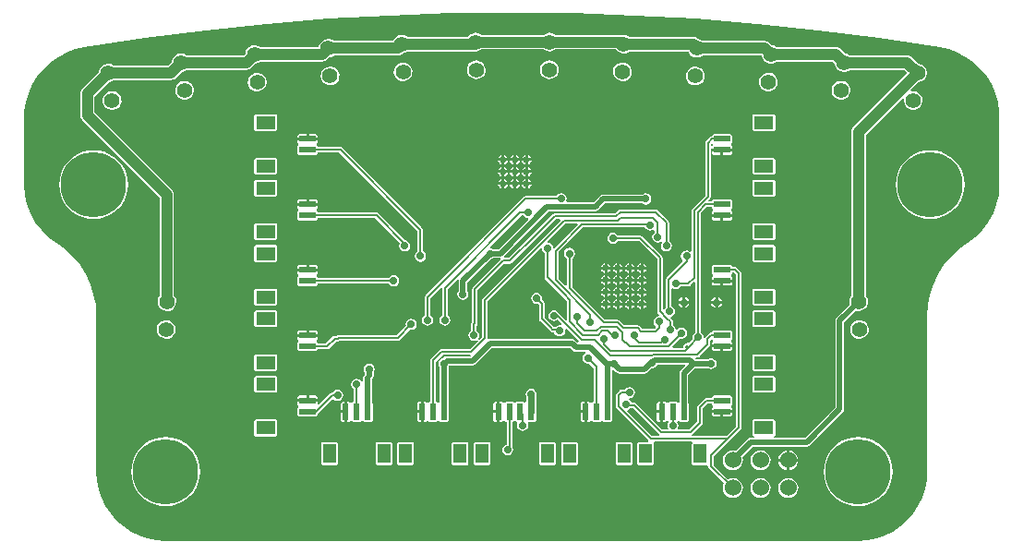
<source format=gbl>
G04 Layer_Physical_Order=2*
G04 Layer_Color=16711680*
%FSLAX25Y25*%
%MOIN*%
G70*
G01*
G75*
%ADD32C,0.00787*%
%ADD33C,0.01968*%
%ADD34C,0.03937*%
%ADD37C,0.05512*%
%ADD38C,0.06000*%
%ADD39C,0.23622*%
%ADD40C,0.02756*%
%ADD41C,0.02362*%
%ADD42R,0.02362X0.05905*%
%ADD43R,0.04724X0.07087*%
%ADD44R,0.05905X0.02362*%
%ADD45R,0.07087X0.04724*%
%ADD46C,0.02362*%
G36*
X199078Y190257D02*
X221221Y189499D01*
X243340Y188233D01*
X265425Y186459D01*
X287463Y184180D01*
X309443Y181396D01*
X331353Y178108D01*
X334682Y177340D01*
X337881Y176138D01*
X340892Y174524D01*
X343664Y172526D01*
X346147Y170179D01*
X348298Y167525D01*
X350079Y164609D01*
X351459Y161483D01*
X352414Y158202D01*
X352926Y154824D01*
Y128401D01*
X352670Y124830D01*
X351906Y121334D01*
X350651Y117982D01*
X348931Y114843D01*
X346779Y111983D01*
X344242Y109458D01*
X341370Y107323D01*
X338207Y105015D01*
X335357Y102329D01*
X332866Y99308D01*
X330772Y95999D01*
X329109Y92455D01*
X327901Y88730D01*
X327169Y84883D01*
X326924Y80976D01*
Y24817D01*
X326710Y21554D01*
X326072Y18347D01*
X325021Y15250D01*
X323575Y12317D01*
X321758Y9598D01*
X319602Y7139D01*
X317143Y4983D01*
X314424Y3167D01*
X311491Y1720D01*
X308394Y669D01*
X305187Y31D01*
X301924Y-183D01*
X51924D01*
X48661Y31D01*
X45453Y669D01*
X42357Y1720D01*
X39424Y3167D01*
X36705Y4983D01*
X34246Y7139D01*
X32090Y9598D01*
X30273Y12317D01*
X28827Y15250D01*
X27776Y18347D01*
X27138Y21554D01*
X26924Y24817D01*
Y80976D01*
X26679Y84883D01*
X25947Y88730D01*
X24739Y92455D01*
X23076Y95999D01*
X20982Y99308D01*
X18491Y102329D01*
X15641Y105015D01*
X12478Y107323D01*
X9606Y109458D01*
X7068Y111983D01*
X4917Y114843D01*
X3196Y117982D01*
X1942Y121334D01*
X1178Y124830D01*
X922Y128401D01*
Y154824D01*
X1434Y158202D01*
X2389Y161483D01*
X3769Y164609D01*
X5550Y167525D01*
X7701Y170179D01*
X10184Y172526D01*
X12956Y174524D01*
X15967Y176138D01*
X19165Y177340D01*
X22495Y178108D01*
X44405Y181396D01*
X66385Y184180D01*
X88423Y186459D01*
X110508Y188233D01*
X132627Y189499D01*
X154770Y190257D01*
X176924Y190507D01*
X199078Y190257D01*
D02*
G37*
%LPC*%
G36*
X218988Y86943D02*
X218797Y86905D01*
X218211Y86514D01*
X217819Y85927D01*
X217781Y85736D01*
X218988D01*
Y86943D01*
D02*
G37*
G36*
X219988D02*
Y85736D01*
X221195D01*
X221157Y85927D01*
X220765Y86514D01*
X220179Y86905D01*
X219988Y86943D01*
D02*
G37*
G36*
X223319D02*
X223128Y86905D01*
X222542Y86514D01*
X222150Y85927D01*
X222112Y85736D01*
X223319D01*
Y86943D01*
D02*
G37*
G36*
X211327D02*
Y85736D01*
X212534D01*
X212496Y85927D01*
X212104Y86514D01*
X211518Y86905D01*
X211327Y86943D01*
D02*
G37*
G36*
X214657D02*
X214466Y86905D01*
X213880Y86514D01*
X213489Y85927D01*
X213451Y85736D01*
X214657D01*
Y86943D01*
D02*
G37*
G36*
X215657D02*
Y85736D01*
X216864D01*
X216826Y85927D01*
X216435Y86514D01*
X215849Y86905D01*
X215657Y86943D01*
D02*
G37*
G36*
X210327Y89067D02*
X209120D01*
X209158Y88876D01*
X209549Y88290D01*
X210136Y87898D01*
X210327Y87860D01*
Y89067D01*
D02*
G37*
G36*
X212534D02*
X211327D01*
Y87860D01*
X211518Y87898D01*
X212104Y88290D01*
X212496Y88876D01*
X212534Y89067D01*
D02*
G37*
G36*
X214657D02*
X213451D01*
X213489Y88876D01*
X213880Y88290D01*
X214466Y87898D01*
X214657Y87860D01*
Y89067D01*
D02*
G37*
G36*
X224319Y86943D02*
Y85736D01*
X225526D01*
X225488Y85927D01*
X225096Y86514D01*
X224510Y86905D01*
X224319Y86943D01*
D02*
G37*
G36*
X250287Y87734D02*
X250019Y87681D01*
X249368Y87246D01*
X248933Y86595D01*
X248880Y86327D01*
X250287D01*
Y87734D01*
D02*
G37*
G36*
X251287D02*
Y86327D01*
X252695D01*
X252642Y86595D01*
X252207Y87246D01*
X251555Y87681D01*
X251287Y87734D01*
D02*
G37*
G36*
X218988Y84736D02*
X217781D01*
X217819Y84545D01*
X218211Y83959D01*
X218797Y83567D01*
X218988Y83529D01*
Y84736D01*
D02*
G37*
G36*
X221195D02*
X219988D01*
Y83529D01*
X220179Y83567D01*
X220765Y83959D01*
X221157Y84545D01*
X221195Y84736D01*
D02*
G37*
G36*
X223319D02*
X222112D01*
X222150Y84545D01*
X222542Y83959D01*
X223128Y83567D01*
X223319Y83529D01*
Y84736D01*
D02*
G37*
G36*
X212534D02*
X211327D01*
Y83529D01*
X211518Y83567D01*
X212104Y83959D01*
X212496Y84545D01*
X212534Y84736D01*
D02*
G37*
G36*
X214657D02*
X213451D01*
X213489Y84545D01*
X213880Y83959D01*
X214466Y83567D01*
X214657Y83529D01*
Y84736D01*
D02*
G37*
G36*
X216864D02*
X215657D01*
Y83529D01*
X215849Y83567D01*
X216435Y83959D01*
X216826Y84545D01*
X216864Y84736D01*
D02*
G37*
G36*
X91535Y90807D02*
X84449D01*
X83990Y90617D01*
X83799Y90158D01*
Y85433D01*
X83990Y84974D01*
X84449Y84784D01*
X91535D01*
X91995Y84974D01*
X92185Y85433D01*
Y90158D01*
X91995Y90617D01*
X91535Y90807D01*
D02*
G37*
G36*
X271457Y90807D02*
X264370D01*
X263911Y90617D01*
X263721Y90158D01*
Y85433D01*
X263911Y84974D01*
X264370Y84784D01*
X271457D01*
X271916Y84974D01*
X272106Y85433D01*
Y90158D01*
X271916Y90617D01*
X271457Y90807D01*
D02*
G37*
G36*
X210327Y86943D02*
X210136Y86905D01*
X209549Y86514D01*
X209158Y85927D01*
X209120Y85736D01*
X210327D01*
Y86943D01*
D02*
G37*
G36*
X225526Y84736D02*
X224319D01*
Y83529D01*
X224510Y83567D01*
X225096Y83959D01*
X225488Y84545D01*
X225526Y84736D01*
D02*
G37*
G36*
X250287Y85327D02*
X248880D01*
X248933Y85059D01*
X249368Y84408D01*
X250019Y83973D01*
X250287Y83919D01*
Y85327D01*
D02*
G37*
G36*
X252695D02*
X251287D01*
Y83919D01*
X251555Y83973D01*
X252207Y84408D01*
X252642Y85059D01*
X252695Y85327D01*
D02*
G37*
G36*
X256348Y93201D02*
X253256D01*
Y91881D01*
X255709D01*
X256161Y92068D01*
X256348Y92520D01*
Y93201D01*
D02*
G37*
G36*
X210327Y93398D02*
X209120D01*
X209158Y93206D01*
X209549Y92620D01*
X210136Y92229D01*
X210327Y92191D01*
Y93398D01*
D02*
G37*
G36*
X212534D02*
X211327D01*
Y92191D01*
X211518Y92229D01*
X212104Y92620D01*
X212496Y93206D01*
X212534Y93398D01*
D02*
G37*
G36*
X224319Y91274D02*
Y90067D01*
X225526D01*
X225488Y90258D01*
X225096Y90844D01*
X224510Y91236D01*
X224319Y91274D01*
D02*
G37*
G36*
X106742Y97138D02*
X103150D01*
X99558D01*
Y96457D01*
X99745Y96005D01*
X99889Y95945D01*
Y95404D01*
X99738Y95341D01*
X99547Y94882D01*
Y92520D01*
X99738Y92061D01*
X100197Y91870D01*
X106102D01*
X106562Y92061D01*
X106752Y92520D01*
Y92688D01*
X132550D01*
X132826Y92275D01*
X133480Y91838D01*
X134252Y91684D01*
X135024Y91838D01*
X135678Y92275D01*
X136115Y92929D01*
X136269Y93701D01*
X136115Y94473D01*
X135678Y95127D01*
X135024Y95564D01*
X134252Y95718D01*
X133480Y95564D01*
X132826Y95127D01*
X132550Y94714D01*
X106752D01*
Y94882D01*
X106562Y95341D01*
X106410Y95404D01*
Y95945D01*
X106554Y96005D01*
X106742Y96457D01*
Y97138D01*
D02*
G37*
G36*
X252256Y93201D02*
X249164D01*
Y92520D01*
X249351Y92068D01*
X249803Y91881D01*
X252256D01*
Y93201D01*
D02*
G37*
G36*
X221195Y93398D02*
X219988D01*
Y92191D01*
X220179Y92229D01*
X220765Y92620D01*
X221157Y93206D01*
X221195Y93398D01*
D02*
G37*
G36*
X223319D02*
X222112D01*
X222150Y93206D01*
X222542Y92620D01*
X223128Y92229D01*
X223319Y92191D01*
Y93398D01*
D02*
G37*
G36*
X225526D02*
X224319D01*
Y92191D01*
X224510Y92229D01*
X225096Y92620D01*
X225488Y93206D01*
X225526Y93398D01*
D02*
G37*
G36*
X214657D02*
X213451D01*
X213489Y93206D01*
X213880Y92620D01*
X214466Y92229D01*
X214657Y92191D01*
Y93398D01*
D02*
G37*
G36*
X216864D02*
X215657D01*
Y92191D01*
X215849Y92229D01*
X216435Y92620D01*
X216826Y93206D01*
X216864Y93398D01*
D02*
G37*
G36*
X218988D02*
X217781D01*
X217819Y93206D01*
X218211Y92620D01*
X218797Y92229D01*
X218988Y92191D01*
Y93398D01*
D02*
G37*
G36*
X223319Y89067D02*
X222112D01*
X222150Y88876D01*
X222542Y88290D01*
X223128Y87898D01*
X223319Y87860D01*
Y89067D01*
D02*
G37*
G36*
X225526D02*
X224319D01*
Y87860D01*
X224510Y87898D01*
X225096Y88290D01*
X225488Y88876D01*
X225526Y89067D01*
D02*
G37*
G36*
X210327Y91274D02*
X210136Y91236D01*
X209549Y90844D01*
X209158Y90258D01*
X209120Y90067D01*
X210327D01*
Y91274D01*
D02*
G37*
G36*
X216864Y89067D02*
X215657D01*
Y87860D01*
X215849Y87898D01*
X216435Y88290D01*
X216826Y88876D01*
X216864Y89067D01*
D02*
G37*
G36*
X218988D02*
X217781D01*
X217819Y88876D01*
X218211Y88290D01*
X218797Y87898D01*
X218988Y87860D01*
Y89067D01*
D02*
G37*
G36*
X221195D02*
X219988D01*
Y87860D01*
X220179Y87898D01*
X220765Y88290D01*
X221157Y88876D01*
X221195Y89067D01*
D02*
G37*
G36*
X218988Y91274D02*
X218797Y91236D01*
X218211Y90844D01*
X217819Y90258D01*
X217781Y90067D01*
X218988D01*
Y91274D01*
D02*
G37*
G36*
X219988D02*
Y90067D01*
X221195D01*
X221157Y90258D01*
X220765Y90844D01*
X220179Y91236D01*
X219988Y91274D01*
D02*
G37*
G36*
X223319D02*
X223128Y91236D01*
X222542Y90844D01*
X222150Y90258D01*
X222112Y90067D01*
X223319D01*
Y91274D01*
D02*
G37*
G36*
X211327D02*
Y90067D01*
X212534D01*
X212496Y90258D01*
X212104Y90844D01*
X211518Y91236D01*
X211327Y91274D01*
D02*
G37*
G36*
X214657D02*
X214466Y91236D01*
X213880Y90844D01*
X213489Y90258D01*
X213451Y90067D01*
X214657D01*
Y91274D01*
D02*
G37*
G36*
X215657D02*
Y90067D01*
X216864D01*
X216826Y90258D01*
X216435Y90844D01*
X215849Y91236D01*
X215657Y91274D01*
D02*
G37*
G36*
X210327Y84736D02*
X209120D01*
X209158Y84545D01*
X209549Y83959D01*
X210136Y83567D01*
X210327Y83529D01*
Y84736D01*
D02*
G37*
G36*
X276193Y32453D02*
X275756Y32396D01*
X274882Y32034D01*
X274132Y31458D01*
X273557Y30708D01*
X273195Y29835D01*
X273137Y29398D01*
X276193D01*
Y32453D01*
D02*
G37*
G36*
X277193Y32453D02*
Y29398D01*
X280249D01*
X280191Y29835D01*
X279829Y30708D01*
X279254Y31458D01*
X278504Y32034D01*
X277630Y32396D01*
X277193Y32453D01*
D02*
G37*
G36*
X91535Y43563D02*
X84449D01*
X83990Y43373D01*
X83799Y42913D01*
Y38189D01*
X83990Y37730D01*
X84449Y37539D01*
X91535D01*
X91995Y37730D01*
X92185Y38189D01*
Y42913D01*
X91995Y43373D01*
X91535Y43563D01*
D02*
G37*
G36*
X192126Y35492D02*
X187402D01*
X186942Y35302D01*
X186752Y34843D01*
Y27756D01*
X186942Y27297D01*
X187402Y27106D01*
X192126D01*
X192585Y27297D01*
X192775Y27756D01*
Y34843D01*
X192585Y35302D01*
X192126Y35492D01*
D02*
G37*
G36*
X200000D02*
X195276D01*
X194816Y35302D01*
X194626Y34843D01*
Y27756D01*
X194816Y27297D01*
X195276Y27106D01*
X200000D01*
X200459Y27297D01*
X200649Y27756D01*
Y34843D01*
X200459Y35302D01*
X200000Y35492D01*
D02*
G37*
G36*
X219685D02*
X214961D01*
X214501Y35302D01*
X214311Y34843D01*
Y27756D01*
X214501Y27297D01*
X214961Y27106D01*
X219685D01*
X220144Y27297D01*
X220335Y27756D01*
Y34843D01*
X220144Y35302D01*
X219685Y35492D01*
D02*
G37*
G36*
X203043Y45957D02*
X201723D01*
Y43504D01*
X201910Y43052D01*
X202362Y42865D01*
X203043D01*
Y45957D01*
D02*
G37*
G36*
X230602D02*
X229282D01*
Y43504D01*
X229469Y43052D01*
X229921Y42865D01*
X230602D01*
Y45957D01*
D02*
G37*
G36*
X252256Y45957D02*
X249164D01*
Y45276D01*
X249351Y44824D01*
X249803Y44636D01*
X252256D01*
Y45957D01*
D02*
G37*
G36*
X116429Y45957D02*
X115109D01*
Y43504D01*
X115296Y43052D01*
X115748Y42865D01*
X116429D01*
Y45957D01*
D02*
G37*
G36*
X143988D02*
X142668D01*
Y43504D01*
X142855Y43052D01*
X143307Y42865D01*
X143988D01*
Y45957D01*
D02*
G37*
G36*
X171547D02*
X170227D01*
Y43504D01*
X170414Y43052D01*
X170866Y42865D01*
X171547D01*
Y45957D01*
D02*
G37*
G36*
X276693Y22529D02*
X275753Y22405D01*
X274877Y22042D01*
X274125Y21465D01*
X273548Y20713D01*
X273186Y19837D01*
X273062Y18898D01*
X273186Y17958D01*
X273548Y17082D01*
X274125Y16330D01*
X274877Y15753D01*
X275753Y15390D01*
X276693Y15267D01*
X277633Y15390D01*
X278508Y15753D01*
X279260Y16330D01*
X279837Y17082D01*
X280200Y17958D01*
X280324Y18898D01*
X280200Y19837D01*
X279837Y20713D01*
X279260Y21465D01*
X278508Y22042D01*
X277633Y22405D01*
X276693Y22529D01*
D02*
G37*
G36*
X266693Y32529D02*
X265753Y32405D01*
X264877Y32042D01*
X264125Y31465D01*
X263548Y30713D01*
X263186Y29837D01*
X263062Y28898D01*
X263186Y27958D01*
X263548Y27082D01*
X264125Y26330D01*
X264877Y25753D01*
X265753Y25390D01*
X266693Y25267D01*
X267633Y25390D01*
X268508Y25753D01*
X269261Y26330D01*
X269837Y27082D01*
X270200Y27958D01*
X270324Y28898D01*
X270200Y29837D01*
X269837Y30713D01*
X269261Y31465D01*
X268508Y32042D01*
X267633Y32405D01*
X266693Y32529D01*
D02*
G37*
G36*
X276193Y28398D02*
X273137D01*
X273195Y27960D01*
X273557Y27087D01*
X274132Y26337D01*
X274882Y25761D01*
X275756Y25400D01*
X276193Y25342D01*
Y28398D01*
D02*
G37*
G36*
X51924Y37266D02*
X49976Y37113D01*
X48077Y36657D01*
X46272Y35910D01*
X44606Y34889D01*
X43121Y33620D01*
X41852Y32135D01*
X40831Y30469D01*
X40084Y28664D01*
X39628Y26765D01*
X39474Y24817D01*
X39628Y22870D01*
X40084Y20970D01*
X40831Y19165D01*
X41852Y17500D01*
X43121Y16014D01*
X44606Y14745D01*
X46272Y13725D01*
X48077Y12977D01*
X49976Y12521D01*
X51924Y12368D01*
X53871Y12521D01*
X55771Y12977D01*
X57576Y13725D01*
X59241Y14745D01*
X60727Y16014D01*
X61996Y17500D01*
X63016Y19165D01*
X63764Y20970D01*
X64220Y22870D01*
X64373Y24817D01*
X64220Y26765D01*
X63764Y28664D01*
X63016Y30469D01*
X61996Y32135D01*
X60727Y33620D01*
X59241Y34889D01*
X57576Y35910D01*
X55771Y36657D01*
X53871Y37113D01*
X51924Y37266D01*
D02*
G37*
G36*
X301924D02*
X299976Y37113D01*
X298077Y36657D01*
X296272Y35910D01*
X294606Y34889D01*
X293121Y33620D01*
X291852Y32135D01*
X290831Y30469D01*
X290084Y28664D01*
X289628Y26765D01*
X289475Y24817D01*
X289628Y22870D01*
X290084Y20970D01*
X290831Y19165D01*
X291852Y17500D01*
X293121Y16014D01*
X294606Y14745D01*
X296272Y13725D01*
X298077Y12977D01*
X299976Y12521D01*
X301924Y12368D01*
X303871Y12521D01*
X305771Y12977D01*
X307576Y13725D01*
X309242Y14745D01*
X310727Y16014D01*
X311996Y17500D01*
X313016Y19165D01*
X313764Y20970D01*
X314220Y22870D01*
X314373Y24817D01*
X314220Y26765D01*
X313764Y28664D01*
X313016Y30469D01*
X311996Y32135D01*
X310727Y33620D01*
X309242Y34889D01*
X307576Y35910D01*
X305771Y36657D01*
X303871Y37113D01*
X301924Y37266D01*
D02*
G37*
G36*
X266693Y22529D02*
X265753Y22405D01*
X264877Y22042D01*
X264125Y21465D01*
X263548Y20713D01*
X263186Y19837D01*
X263062Y18898D01*
X263186Y17958D01*
X263548Y17082D01*
X264125Y16330D01*
X264877Y15753D01*
X265753Y15390D01*
X266693Y15267D01*
X267633Y15390D01*
X268508Y15753D01*
X269261Y16330D01*
X269837Y17082D01*
X270200Y17958D01*
X270324Y18898D01*
X270200Y19837D01*
X269837Y20713D01*
X269261Y21465D01*
X268508Y22042D01*
X267633Y22405D01*
X266693Y22529D01*
D02*
G37*
G36*
X140945Y35492D02*
X136221D01*
X135761Y35302D01*
X135571Y34843D01*
Y27756D01*
X135761Y27297D01*
X136221Y27106D01*
X140945D01*
X141404Y27297D01*
X141594Y27756D01*
Y34843D01*
X141404Y35302D01*
X140945Y35492D01*
D02*
G37*
G36*
X160630D02*
X155905D01*
X155446Y35302D01*
X155256Y34843D01*
Y27756D01*
X155446Y27297D01*
X155905Y27106D01*
X160630D01*
X161089Y27297D01*
X161279Y27756D01*
Y34843D01*
X161089Y35302D01*
X160630Y35492D01*
D02*
G37*
G36*
X168504D02*
X163779D01*
X163320Y35302D01*
X163130Y34843D01*
Y27756D01*
X163320Y27297D01*
X163779Y27106D01*
X168504D01*
X168963Y27297D01*
X169153Y27756D01*
Y34843D01*
X168963Y35302D01*
X168504Y35492D01*
D02*
G37*
G36*
X280249Y28398D02*
X277193D01*
Y25342D01*
X277630Y25400D01*
X278504Y25761D01*
X279254Y26337D01*
X279829Y27087D01*
X280191Y27960D01*
X280249Y28398D01*
D02*
G37*
G36*
X113386Y35492D02*
X108661D01*
X108202Y35302D01*
X108012Y34843D01*
Y27756D01*
X108202Y27297D01*
X108661Y27106D01*
X113386D01*
X113845Y27297D01*
X114035Y27756D01*
Y34843D01*
X113845Y35302D01*
X113386Y35492D01*
D02*
G37*
G36*
X133071D02*
X128347D01*
X127887Y35302D01*
X127697Y34843D01*
Y27756D01*
X127887Y27297D01*
X128347Y27106D01*
X133071D01*
X133530Y27297D01*
X133720Y27756D01*
Y34843D01*
X133530Y35302D01*
X133071Y35492D01*
D02*
G37*
G36*
X252256Y69579D02*
X249164D01*
Y68898D01*
X249351Y68446D01*
X249803Y68258D01*
X252256D01*
Y69579D01*
D02*
G37*
G36*
X256348D02*
X253256D01*
Y68258D01*
X255709D01*
X256161Y68446D01*
X256348Y68898D01*
Y69579D01*
D02*
G37*
G36*
X52168Y79535D02*
X51289Y79444D01*
X50463Y79130D01*
X49747Y78612D01*
X49189Y77927D01*
X48828Y77121D01*
X48687Y76248D01*
X48777Y75369D01*
X49092Y74544D01*
X49610Y73827D01*
X50295Y73270D01*
X51101Y72908D01*
X51974Y72768D01*
X52853Y72858D01*
X53678Y73172D01*
X54395Y73690D01*
X54952Y74375D01*
X55314Y75182D01*
X55454Y76054D01*
X55364Y76933D01*
X55050Y77759D01*
X54532Y78475D01*
X53847Y79033D01*
X53040Y79394D01*
X52168Y79535D01*
D02*
G37*
G36*
X125394Y63828D02*
X124622Y63674D01*
X123968Y63237D01*
X123530Y62583D01*
X123377Y61811D01*
X123530Y61039D01*
X123778Y60668D01*
Y59882D01*
X123661Y59804D01*
X123311Y59280D01*
X123188Y58661D01*
Y57216D01*
X122926Y57133D01*
X122688Y57133D01*
X122292Y57725D01*
X121638Y58162D01*
X120866Y58316D01*
X120094Y58162D01*
X119440Y57725D01*
X119003Y57071D01*
X118849Y56299D01*
X119003Y55528D01*
X119440Y54873D01*
X119853Y54597D01*
Y50059D01*
X119685D01*
X119226Y49869D01*
X119163Y49717D01*
X118622D01*
X118562Y49861D01*
X118110Y50049D01*
X117429D01*
Y46457D01*
Y42865D01*
X118110D01*
X118562Y43052D01*
X118622Y43196D01*
X119163D01*
X119226Y43045D01*
X119685Y42854D01*
X122047D01*
X122506Y43045D01*
X122564Y43184D01*
X123105D01*
X123163Y43045D01*
X123622Y42854D01*
X125984D01*
X126444Y43045D01*
X126634Y43504D01*
Y49409D01*
X126444Y49869D01*
X126418Y49879D01*
Y58031D01*
X126536Y58110D01*
X126886Y58634D01*
X127009Y59252D01*
Y60668D01*
X127257Y61039D01*
X127410Y61811D01*
X127257Y62583D01*
X126820Y63237D01*
X126165Y63674D01*
X125394Y63828D01*
D02*
G37*
G36*
X91535Y67185D02*
X84449D01*
X83990Y66995D01*
X83799Y66535D01*
Y61811D01*
X83990Y61352D01*
X84449Y61162D01*
X91535D01*
X91995Y61352D01*
X92185Y61811D01*
Y66535D01*
X91995Y66995D01*
X91535Y67185D01*
D02*
G37*
G36*
X271457Y67185D02*
X264370D01*
X263911Y66995D01*
X263721Y66535D01*
Y61811D01*
X263911Y61352D01*
X264370Y61162D01*
X271457D01*
X271916Y61352D01*
X272106Y61811D01*
Y66535D01*
X271916Y66995D01*
X271457Y67185D01*
D02*
G37*
G36*
X140551Y79970D02*
X139779Y79816D01*
X139125Y79379D01*
X138688Y78724D01*
X138534Y77953D01*
X138631Y77466D01*
X135210Y74045D01*
X114173D01*
X113786Y73968D01*
X113606Y73848D01*
X112992D01*
X112604Y73771D01*
X112276Y73551D01*
X109817Y71092D01*
X106752D01*
Y71260D01*
X106562Y71719D01*
X106410Y71782D01*
Y72323D01*
X106554Y72383D01*
X106742Y72835D01*
Y73516D01*
X103150D01*
X99558D01*
Y72835D01*
X99745Y72383D01*
X99889Y72323D01*
Y71782D01*
X99738Y71719D01*
X99547Y71260D01*
Y68898D01*
X99738Y68438D01*
X100197Y68248D01*
X106102D01*
X106562Y68438D01*
X106752Y68898D01*
Y69066D01*
X110236D01*
X110624Y69143D01*
X110953Y69362D01*
X113412Y71821D01*
X113976D01*
X114364Y71899D01*
X114543Y72018D01*
X135630D01*
X136018Y72096D01*
X136346Y72315D01*
X140064Y76033D01*
X140551Y75936D01*
X141323Y76090D01*
X141977Y76527D01*
X142414Y77181D01*
X142568Y77953D01*
X142414Y78724D01*
X141977Y79379D01*
X141323Y79816D01*
X140551Y79970D01*
D02*
G37*
G36*
X91535Y82933D02*
X84449D01*
X83990Y82743D01*
X83799Y82284D01*
Y77559D01*
X83990Y77100D01*
X84449Y76910D01*
X91535D01*
X91995Y77100D01*
X92185Y77559D01*
Y82284D01*
X91995Y82743D01*
X91535Y82933D01*
D02*
G37*
G36*
X271457Y82933D02*
X264370D01*
X263911Y82743D01*
X263721Y82284D01*
Y77559D01*
X263911Y77100D01*
X264370Y76910D01*
X271457D01*
X271916Y77100D01*
X272106Y77559D01*
Y82284D01*
X271916Y82743D01*
X271457Y82933D01*
D02*
G37*
G36*
X302263Y79535D02*
X301391Y79393D01*
X300586Y79030D01*
X299901Y78471D01*
X299385Y77754D01*
X299072Y76928D01*
X298983Y76049D01*
X299125Y75176D01*
X299488Y74371D01*
X300047Y73686D01*
X300764Y73170D01*
X301590Y72857D01*
X302469Y72768D01*
X303341Y72910D01*
X304147Y73273D01*
X304831Y73832D01*
X305348Y74549D01*
X305661Y75375D01*
X305750Y76254D01*
X305608Y77126D01*
X305245Y77932D01*
X304686Y78616D01*
X303969Y79133D01*
X303143Y79446D01*
X302263Y79535D01*
D02*
G37*
G36*
X102650Y75836D02*
X100197D01*
X99745Y75649D01*
X99558Y75197D01*
Y74516D01*
X102650D01*
Y75836D01*
D02*
G37*
G36*
X106102D02*
X103650D01*
Y74516D01*
X106742D01*
Y75197D01*
X106554Y75649D01*
X106102Y75836D01*
D02*
G37*
G36*
X203043Y50049D02*
X202362D01*
X201910Y49861D01*
X201723Y49409D01*
Y46957D01*
X203043D01*
Y50049D01*
D02*
G37*
G36*
X230602D02*
X229921D01*
X229469Y49861D01*
X229282Y49409D01*
Y46957D01*
X230602D01*
Y50049D01*
D02*
G37*
G36*
X116429D02*
X115748D01*
X115296Y49861D01*
X115109Y49409D01*
Y46957D01*
X116429D01*
Y50049D01*
D02*
G37*
G36*
X256348Y45957D02*
X253256D01*
Y44636D01*
X255709D01*
X256161Y44824D01*
X256348Y45276D01*
Y45957D01*
D02*
G37*
G36*
X171547Y50049D02*
X170866D01*
X170414Y49861D01*
X170227Y49409D01*
Y46957D01*
X171547D01*
Y50049D01*
D02*
G37*
G36*
X143988D02*
X143307D01*
X142855Y49861D01*
X142668Y49409D01*
Y46957D01*
X143988D01*
Y50049D01*
D02*
G37*
G36*
X106102Y52214D02*
X103650D01*
Y50894D01*
X106742D01*
Y51575D01*
X106554Y52027D01*
X106102Y52214D01*
D02*
G37*
G36*
X91535Y59311D02*
X84449D01*
X83990Y59121D01*
X83799Y58661D01*
Y53937D01*
X83990Y53478D01*
X84449Y53288D01*
X91535D01*
X91995Y53478D01*
X92185Y53937D01*
Y58661D01*
X91995Y59121D01*
X91535Y59311D01*
D02*
G37*
G36*
X271457Y59311D02*
X264370D01*
X263911Y59121D01*
X263721Y58661D01*
Y53937D01*
X263911Y53478D01*
X264370Y53288D01*
X271457D01*
X271916Y53478D01*
X272106Y53937D01*
Y58661D01*
X271916Y59121D01*
X271457Y59311D01*
D02*
G37*
G36*
X183858Y54773D02*
X183087Y54619D01*
X182432Y54182D01*
X181995Y53528D01*
X181842Y52756D01*
X181995Y51984D01*
X182042Y51913D01*
Y50015D01*
X181562Y49869D01*
X181102Y50059D01*
X178740D01*
X178281Y49869D01*
X178223Y49730D01*
X177682D01*
X177625Y49869D01*
X177165Y50059D01*
X174803D01*
X174344Y49869D01*
X174281Y49717D01*
X173740D01*
X173680Y49861D01*
X173228Y50049D01*
X172547D01*
Y46457D01*
Y42865D01*
X173228D01*
X173680Y43052D01*
X173740Y43196D01*
X174281D01*
X174344Y43045D01*
X174803Y42854D01*
X174971D01*
Y34610D01*
X174622Y34540D01*
X173968Y34103D01*
X173530Y33449D01*
X173377Y32677D01*
X173530Y31905D01*
X173968Y31251D01*
X174622Y30814D01*
X175394Y30661D01*
X176165Y30814D01*
X176820Y31251D01*
X177257Y31905D01*
X177410Y32677D01*
X177257Y33449D01*
X176997Y33837D01*
Y42854D01*
X177165D01*
X177625Y43045D01*
X177682Y43184D01*
X178223D01*
X178281Y43045D01*
X178686Y42877D01*
X178797Y42751D01*
X178978Y42413D01*
X178907Y42307D01*
X178753Y41535D01*
X178907Y40764D01*
X179344Y40109D01*
X179998Y39672D01*
X180770Y39519D01*
X181542Y39672D01*
X182196Y40109D01*
X182633Y40764D01*
X182787Y41535D01*
X182633Y42307D01*
X182576Y42393D01*
X182580Y42409D01*
X182869Y42854D01*
X185039D01*
X185499Y43045D01*
X185689Y43504D01*
Y49409D01*
X185674Y49445D01*
Y51913D01*
X185722Y51984D01*
X185875Y52756D01*
X185722Y53528D01*
X185284Y54182D01*
X184630Y54619D01*
X183858Y54773D01*
D02*
G37*
G36*
X113976Y54379D02*
X113205Y54225D01*
X112550Y53788D01*
X112275Y53375D01*
X112008D01*
X111620Y53298D01*
X111292Y53079D01*
X107182Y48969D01*
X106807Y49177D01*
X106742Y49236D01*
Y49894D01*
X103150D01*
X99558D01*
Y49213D01*
X99745Y48761D01*
X99889Y48701D01*
Y48160D01*
X99738Y48097D01*
X99547Y47638D01*
Y45276D01*
X99738Y44816D01*
X100197Y44626D01*
X106102D01*
X106562Y44816D01*
X106752Y45276D01*
Y45695D01*
X106819Y45740D01*
X112063Y50984D01*
X112550Y50936D01*
X113205Y50499D01*
X113976Y50345D01*
X114748Y50499D01*
X115402Y50936D01*
X115840Y51590D01*
X115993Y52362D01*
X115840Y53134D01*
X115402Y53788D01*
X114748Y54225D01*
X113976Y54379D01*
D02*
G37*
G36*
X102650Y52214D02*
X100197D01*
X99745Y52027D01*
X99558Y51575D01*
Y50894D01*
X102650D01*
Y52214D01*
D02*
G37*
G36*
X210327Y95604D02*
X210136Y95566D01*
X209549Y95175D01*
X209158Y94589D01*
X209120Y94398D01*
X210327D01*
Y95604D01*
D02*
G37*
G36*
X177453Y134778D02*
X177261Y134740D01*
X176675Y134348D01*
X176284Y133762D01*
X176246Y133571D01*
X177453D01*
Y134778D01*
D02*
G37*
G36*
X178453D02*
Y133571D01*
X179660D01*
X179622Y133762D01*
X179230Y134348D01*
X178644Y134740D01*
X178453Y134778D01*
D02*
G37*
G36*
X181783D02*
X181592Y134740D01*
X181006Y134348D01*
X180615Y133762D01*
X180577Y133571D01*
X181783D01*
Y134778D01*
D02*
G37*
G36*
X271457Y138051D02*
X264370D01*
X263911Y137861D01*
X263721Y137402D01*
Y132677D01*
X263911Y132218D01*
X264370Y132028D01*
X271457D01*
X271916Y132218D01*
X272106Y132677D01*
Y137402D01*
X271916Y137861D01*
X271457Y138051D01*
D02*
G37*
G36*
X173122Y134778D02*
X172931Y134740D01*
X172345Y134348D01*
X171953Y133762D01*
X171915Y133571D01*
X173122D01*
Y134778D01*
D02*
G37*
G36*
X174122D02*
Y133571D01*
X175329D01*
X175291Y133762D01*
X174899Y134348D01*
X174313Y134740D01*
X174122Y134778D01*
D02*
G37*
G36*
X177453Y136902D02*
X176246D01*
X176284Y136710D01*
X176675Y136124D01*
X177261Y135733D01*
X177453Y135695D01*
Y136902D01*
D02*
G37*
G36*
X179660D02*
X178453D01*
Y135695D01*
X178644Y135733D01*
X179230Y136124D01*
X179622Y136710D01*
X179660Y136902D01*
D02*
G37*
G36*
X181783D02*
X180577D01*
X180615Y136710D01*
X181006Y136124D01*
X181592Y135733D01*
X181783Y135695D01*
Y136902D01*
D02*
G37*
G36*
X182783Y134778D02*
Y133571D01*
X183990D01*
X183952Y133762D01*
X183561Y134348D01*
X182975Y134740D01*
X182783Y134778D01*
D02*
G37*
G36*
X173122Y136902D02*
X171915D01*
X171953Y136710D01*
X172345Y136124D01*
X172931Y135733D01*
X173122Y135695D01*
Y136902D01*
D02*
G37*
G36*
X175329D02*
X174122D01*
Y135695D01*
X174313Y135733D01*
X174899Y136124D01*
X175291Y136710D01*
X175329Y136902D01*
D02*
G37*
G36*
X91535Y138051D02*
X84449D01*
X83990Y137861D01*
X83799Y137402D01*
Y132677D01*
X83990Y132218D01*
X84449Y132028D01*
X91535D01*
X91995Y132218D01*
X92185Y132677D01*
Y137402D01*
X91995Y137861D01*
X91535Y138051D01*
D02*
G37*
G36*
X178453Y130447D02*
Y129240D01*
X179660D01*
X179622Y129431D01*
X179230Y130017D01*
X178644Y130409D01*
X178453Y130447D01*
D02*
G37*
G36*
X181783D02*
X181592Y130409D01*
X181006Y130017D01*
X180615Y129431D01*
X180577Y129240D01*
X181783D01*
Y130447D01*
D02*
G37*
G36*
X182783D02*
Y129240D01*
X183990D01*
X183952Y129431D01*
X183561Y130017D01*
X182975Y130409D01*
X182783Y130447D01*
D02*
G37*
G36*
X173122D02*
X172931Y130409D01*
X172345Y130017D01*
X171953Y129431D01*
X171915Y129240D01*
X173122D01*
Y130447D01*
D02*
G37*
G36*
X174122D02*
Y129240D01*
X175329D01*
X175291Y129431D01*
X174899Y130017D01*
X174313Y130409D01*
X174122Y130447D01*
D02*
G37*
G36*
X177453D02*
X177261Y130409D01*
X176675Y130017D01*
X176284Y129431D01*
X176246Y129240D01*
X177453D01*
Y130447D01*
D02*
G37*
G36*
X179660Y132571D02*
X178453D01*
Y131364D01*
X178644Y131402D01*
X179230Y131794D01*
X179622Y132380D01*
X179660Y132571D01*
D02*
G37*
G36*
X181783D02*
X180577D01*
X180615Y132380D01*
X181006Y131794D01*
X181592Y131402D01*
X181783Y131364D01*
Y132571D01*
D02*
G37*
G36*
X183990D02*
X182783D01*
Y131364D01*
X182975Y131402D01*
X183561Y131794D01*
X183952Y132380D01*
X183990Y132571D01*
D02*
G37*
G36*
X173122D02*
X171915D01*
X171953Y132380D01*
X172345Y131794D01*
X172931Y131402D01*
X173122Y131364D01*
Y132571D01*
D02*
G37*
G36*
X175329D02*
X174122D01*
Y131364D01*
X174313Y131402D01*
X174899Y131794D01*
X175291Y132380D01*
X175329Y132571D01*
D02*
G37*
G36*
X177453D02*
X176246D01*
X176284Y132380D01*
X176675Y131794D01*
X177261Y131402D01*
X177453Y131364D01*
Y132571D01*
D02*
G37*
G36*
X183990Y136902D02*
X182783D01*
Y135695D01*
X182975Y135733D01*
X183561Y136124D01*
X183952Y136710D01*
X183990Y136902D01*
D02*
G37*
G36*
X269776Y168826D02*
X268892Y168794D01*
X268048Y168535D01*
X267299Y168066D01*
X266697Y167419D01*
X266283Y166638D01*
X266085Y165777D01*
X266117Y164894D01*
X266376Y164049D01*
X266845Y163300D01*
X267492Y162698D01*
X268273Y162284D01*
X269134Y162087D01*
X270017Y162118D01*
X270862Y162378D01*
X271610Y162847D01*
X272212Y163494D01*
X272626Y164274D01*
X272824Y165135D01*
X272793Y166018D01*
X272533Y166863D01*
X272064Y167612D01*
X271417Y168214D01*
X270637Y168628D01*
X269776Y168826D01*
D02*
G37*
G36*
X84656Y168826D02*
X83795Y168627D01*
X83015Y168212D01*
X82369Y167609D01*
X81901Y166859D01*
X81643Y166014D01*
X81613Y165131D01*
X81812Y164270D01*
X82227Y163490D01*
X82830Y162844D01*
X83579Y162376D01*
X84425Y162118D01*
X85308Y162088D01*
X86169Y162287D01*
X86949Y162702D01*
X87594Y163305D01*
X88062Y164055D01*
X88320Y164900D01*
X88351Y165783D01*
X88152Y166644D01*
X87736Y167424D01*
X87134Y168070D01*
X86384Y168538D01*
X85539Y168796D01*
X84656Y168826D01*
D02*
G37*
G36*
X243381Y171037D02*
X242499Y170982D01*
X241662Y170699D01*
X240926Y170210D01*
X240342Y169547D01*
X239950Y168755D01*
X239775Y167889D01*
X239831Y167007D01*
X240113Y166170D01*
X240603Y165434D01*
X241266Y164850D01*
X242058Y164457D01*
X242924Y164283D01*
X243806Y164339D01*
X244643Y164621D01*
X245379Y165111D01*
X245963Y165774D01*
X246355Y166566D01*
X246530Y167432D01*
X246474Y168314D01*
X246192Y169151D01*
X245702Y169887D01*
X245039Y170471D01*
X244247Y170863D01*
X243381Y171037D01*
D02*
G37*
G36*
X32980Y162210D02*
X32097Y162196D01*
X31247Y161953D01*
X30489Y161499D01*
X29875Y160864D01*
X29446Y160091D01*
X29231Y159234D01*
X29245Y158351D01*
X29488Y157501D01*
X29942Y156743D01*
X30577Y156129D01*
X31349Y155699D01*
X32206Y155485D01*
X33090Y155499D01*
X33940Y155742D01*
X34698Y156196D01*
X35312Y156831D01*
X35741Y157603D01*
X35956Y158460D01*
X35942Y159344D01*
X35699Y160193D01*
X35245Y160951D01*
X34610Y161566D01*
X33838Y161995D01*
X32980Y162210D01*
D02*
G37*
G36*
X296098Y165878D02*
X295214Y165870D01*
X294363Y165634D01*
X293601Y165186D01*
X292982Y164556D01*
X292547Y163787D01*
X292325Y162931D01*
X292333Y162048D01*
X292569Y161196D01*
X293018Y160435D01*
X293648Y159815D01*
X294417Y159380D01*
X295272Y159159D01*
X296156Y159166D01*
X297007Y159402D01*
X297769Y159851D01*
X298388Y160481D01*
X298823Y161250D01*
X299045Y162106D01*
X299037Y162989D01*
X298801Y163841D01*
X298353Y164602D01*
X297722Y165221D01*
X296953Y165657D01*
X296098Y165878D01*
D02*
G37*
G36*
X58333Y165878D02*
X57478Y165656D01*
X56710Y165219D01*
X56081Y164599D01*
X55633Y163837D01*
X55399Y162985D01*
X55392Y162101D01*
X55615Y161246D01*
X56051Y160478D01*
X56672Y159849D01*
X57434Y159401D01*
X58286Y159167D01*
X59169Y159160D01*
X60024Y159383D01*
X60793Y159819D01*
X61422Y160440D01*
X61869Y161202D01*
X62104Y162054D01*
X62110Y162937D01*
X61888Y163792D01*
X61451Y164561D01*
X60831Y165190D01*
X60069Y165637D01*
X59217Y165872D01*
X58333Y165878D01*
D02*
G37*
G36*
X190459Y173246D02*
X189581Y173142D01*
X188761Y172814D01*
X188053Y172285D01*
X187506Y171591D01*
X187157Y170779D01*
X187031Y169905D01*
X187135Y169027D01*
X187462Y168207D01*
X187991Y167499D01*
X188685Y166952D01*
X189497Y166603D01*
X190372Y166477D01*
X191249Y166581D01*
X192070Y166908D01*
X192778Y167437D01*
X193324Y168131D01*
X193673Y168943D01*
X193800Y169818D01*
X193696Y170695D01*
X193368Y171516D01*
X192839Y172224D01*
X192145Y172771D01*
X191333Y173119D01*
X190459Y173246D01*
D02*
G37*
G36*
X163972Y173246D02*
X163098Y173118D01*
X162287Y172768D01*
X161593Y172220D01*
X161066Y171511D01*
X160739Y170690D01*
X160637Y169813D01*
X160765Y168938D01*
X161115Y168127D01*
X161662Y167434D01*
X162371Y166906D01*
X163192Y166580D01*
X164070Y166477D01*
X164944Y166605D01*
X165756Y166955D01*
X166449Y167503D01*
X166977Y168211D01*
X167303Y169033D01*
X167406Y169910D01*
X167278Y170784D01*
X166928Y171596D01*
X166380Y172289D01*
X165671Y172817D01*
X164850Y173143D01*
X163972Y173246D01*
D02*
G37*
G36*
X190588Y183245D02*
X189710Y183141D01*
X188890Y182813D01*
X188405Y182451D01*
X166017D01*
X165527Y182816D01*
X164706Y183142D01*
X163828Y183245D01*
X162954Y183117D01*
X162142Y182767D01*
X161449Y182219D01*
X161071Y181711D01*
X139370D01*
X138788Y182120D01*
X137958Y182424D01*
X137078Y182503D01*
X136208Y182351D01*
X135406Y181979D01*
X134728Y181412D01*
X134220Y180689D01*
X134051Y180228D01*
X112759D01*
X112079Y180678D01*
X111241Y180959D01*
X110360Y181014D01*
X109494Y180838D01*
X108703Y180445D01*
X108040Y179859D01*
X107552Y179123D01*
X107271Y178285D01*
X107254Y178001D01*
X86191D01*
X86171Y178023D01*
X85421Y178491D01*
X84576Y178749D01*
X83693Y178779D01*
X82832Y178580D01*
X82052Y178165D01*
X81406Y177562D01*
X80938Y176813D01*
X80680Y175968D01*
X80672Y175727D01*
X79978Y175033D01*
X59675D01*
X59596Y175113D01*
X58834Y175561D01*
X57982Y175795D01*
X57099Y175802D01*
X56243Y175579D01*
X55475Y175143D01*
X54846Y174522D01*
X54399Y173760D01*
X54164Y172908D01*
X54163Y172753D01*
X52740Y171330D01*
X33275D01*
X33143Y171458D01*
X32371Y171887D01*
X31514Y172102D01*
X30630Y172087D01*
X29781Y171845D01*
X29023Y171390D01*
X28408Y170756D01*
X27979Y169983D01*
X27764Y169126D01*
X27766Y169042D01*
X21790Y163066D01*
X21378Y162530D01*
X21120Y161905D01*
X21031Y161234D01*
Y153543D01*
X21120Y152873D01*
X21378Y152248D01*
X21790Y151711D01*
X49767Y123734D01*
Y88280D01*
X49476Y87923D01*
X49115Y87117D01*
X48974Y86244D01*
X49065Y85365D01*
X49379Y84539D01*
X49897Y83823D01*
X50582Y83265D01*
X51388Y82904D01*
X52261Y82764D01*
X53140Y82854D01*
X53966Y83168D01*
X54682Y83686D01*
X55239Y84371D01*
X55601Y85177D01*
X55741Y86050D01*
X55651Y86929D01*
X55337Y87755D01*
X54949Y88292D01*
Y124807D01*
X54860Y125478D01*
X54602Y126103D01*
X54190Y126639D01*
X26213Y154616D01*
Y160161D01*
X31439Y165388D01*
X31623Y165391D01*
X32473Y165633D01*
X33231Y166088D01*
X33290Y166148D01*
X53813D01*
X54483Y166237D01*
X55108Y166496D01*
X55645Y166907D01*
X57822Y169085D01*
X57934Y169084D01*
X58790Y169306D01*
X59558Y169743D01*
X59669Y169852D01*
X81051D01*
X81722Y169940D01*
X82346Y170199D01*
X82883Y170611D01*
X84314Y172042D01*
X84345Y172041D01*
X85206Y172240D01*
X85986Y172656D01*
X86161Y172820D01*
X108367D01*
X109037Y172908D01*
X109662Y173167D01*
X110199Y173579D01*
X110894Y174274D01*
X111693Y174436D01*
X112484Y174829D01*
X112730Y175046D01*
X135736D01*
X136406Y175135D01*
X137031Y175393D01*
X137517Y175766D01*
X138232Y175891D01*
X139033Y176263D01*
X139353Y176530D01*
X163137D01*
X163290Y176550D01*
X163926Y176476D01*
X164800Y176604D01*
X165611Y176954D01*
X166011Y177270D01*
X188410D01*
X188814Y176951D01*
X189626Y176602D01*
X190501Y176476D01*
X191378Y176580D01*
X192199Y176908D01*
X192684Y177270D01*
X214400D01*
X214714Y176826D01*
X215392Y176260D01*
X216195Y175889D01*
X217065Y175739D01*
X217945Y175819D01*
X218775Y176124D01*
X219351Y176530D01*
X240660D01*
X240789Y176147D01*
X241278Y175411D01*
X241941Y174827D01*
X242733Y174435D01*
X243599Y174260D01*
X244481Y174316D01*
X245318Y174599D01*
X245992Y175047D01*
X267057D01*
X267065Y174849D01*
X267324Y174004D01*
X267793Y173255D01*
X268440Y172653D01*
X269220Y172239D01*
X270082Y172041D01*
X270965Y172073D01*
X271809Y172333D01*
X272558Y172802D01*
X272576Y172820D01*
X292864D01*
X293551Y172133D01*
X293553Y171973D01*
X293789Y171121D01*
X294237Y170360D01*
X294867Y169741D01*
X295636Y169305D01*
X296492Y169084D01*
X297375Y169092D01*
X298227Y169328D01*
X298988Y169776D01*
X299064Y169853D01*
X318534D01*
X319650Y168737D01*
X300231Y149318D01*
X299819Y148781D01*
X299560Y148156D01*
X299472Y147486D01*
Y88292D01*
X299081Y87749D01*
X298768Y86923D01*
X298679Y86044D01*
X298819Y85187D01*
X294133Y80502D01*
X293783Y79978D01*
X293660Y79360D01*
Y47913D01*
X282796Y37048D01*
X271478D01*
X271457Y37540D01*
X271916Y37730D01*
X272106Y38189D01*
Y42913D01*
X271916Y43373D01*
X271457Y43563D01*
X264370D01*
X263911Y43373D01*
X263721Y42913D01*
Y38189D01*
X263911Y37730D01*
X264370Y37540D01*
X264349Y37048D01*
X263228D01*
X262610Y36925D01*
X262086Y36575D01*
X257833Y32322D01*
X257633Y32405D01*
X256693Y32529D01*
X255753Y32405D01*
X254877Y32042D01*
X254125Y31465D01*
X253548Y30713D01*
X253186Y29837D01*
X253062Y28898D01*
X253186Y27958D01*
X253548Y27082D01*
X254125Y26330D01*
X254877Y25753D01*
X255753Y25390D01*
X256693Y25267D01*
X257633Y25390D01*
X258508Y25753D01*
X259261Y26330D01*
X259838Y27082D01*
X260200Y27958D01*
X260324Y28898D01*
X260200Y29837D01*
X260117Y30038D01*
X263897Y33818D01*
X283465D01*
X284083Y33941D01*
X284607Y34291D01*
X296418Y46102D01*
X296768Y46626D01*
X296891Y47244D01*
Y78691D01*
X301116Y82916D01*
X301286Y82852D01*
X302165Y82763D01*
X303038Y82905D01*
X303843Y83268D01*
X304528Y83827D01*
X305044Y84544D01*
X305357Y85370D01*
X305446Y86250D01*
X305304Y87122D01*
X304941Y87928D01*
X304653Y88280D01*
Y146413D01*
X318103Y159862D01*
X318547Y159600D01*
X318476Y159353D01*
X318460Y158470D01*
X318672Y157612D01*
X319100Y156839D01*
X319713Y156203D01*
X320470Y155747D01*
X321319Y155502D01*
X322202Y155485D01*
X323060Y155698D01*
X323833Y156125D01*
X324470Y156738D01*
X324926Y157495D01*
X325170Y158344D01*
X325187Y159228D01*
X324974Y160086D01*
X324547Y160859D01*
X323934Y161495D01*
X323177Y161951D01*
X322328Y162196D01*
X321444Y162213D01*
X321066Y162119D01*
X320811Y162571D01*
X323616Y165375D01*
X323693Y165374D01*
X324551Y165586D01*
X325324Y166014D01*
X325960Y166627D01*
X326416Y167384D01*
X326661Y168233D01*
X326677Y169116D01*
X326465Y169974D01*
X326037Y170747D01*
X325424Y171384D01*
X324668Y171840D01*
X323818Y172084D01*
X323627Y172088D01*
X321439Y174276D01*
X320903Y174687D01*
X320278Y174946D01*
X319607Y175034D01*
X299056D01*
X298942Y175147D01*
X298173Y175582D01*
X297318Y175803D01*
X297210Y175802D01*
X295769Y177243D01*
X295233Y177655D01*
X294608Y177913D01*
X293937Y178002D01*
X272545D01*
X272365Y178169D01*
X271584Y178583D01*
X270723Y178781D01*
X270697Y178780D01*
X270008Y179469D01*
X269471Y179881D01*
X268847Y180140D01*
X268176Y180228D01*
X245964D01*
X245714Y180448D01*
X244923Y180840D01*
X244110Y181004D01*
X243640Y181365D01*
X243015Y181623D01*
X242344Y181712D01*
X219335D01*
X219010Y181982D01*
X218208Y182353D01*
X217337Y182503D01*
X216586Y182435D01*
X216462Y182451D01*
X192679D01*
X192274Y182770D01*
X191462Y183118D01*
X190588Y183245D01*
D02*
G37*
G36*
X111050Y171038D02*
X110184Y170862D01*
X109393Y170468D01*
X108731Y169883D01*
X108243Y169147D01*
X107962Y168309D01*
X107907Y167427D01*
X108083Y166561D01*
X108476Y165770D01*
X109062Y165108D01*
X109798Y164620D01*
X110636Y164339D01*
X111518Y164284D01*
X112384Y164460D01*
X113175Y164853D01*
X113837Y165438D01*
X114325Y166175D01*
X114606Y167013D01*
X114661Y167895D01*
X114485Y168761D01*
X114091Y169552D01*
X113506Y170214D01*
X112770Y170702D01*
X111932Y170983D01*
X111050Y171038D01*
D02*
G37*
G36*
X216935Y172511D02*
X216055Y172431D01*
X215226Y172126D01*
X214504Y171617D01*
X213938Y170938D01*
X213568Y170136D01*
X213417Y169265D01*
X213497Y168385D01*
X213802Y167556D01*
X214311Y166834D01*
X214990Y166268D01*
X215792Y165898D01*
X216663Y165747D01*
X217543Y165827D01*
X218372Y166132D01*
X219094Y166641D01*
X219660Y167320D01*
X220031Y168122D01*
X220181Y168993D01*
X220101Y169873D01*
X219796Y170702D01*
X219287Y171424D01*
X218608Y171990D01*
X217806Y172361D01*
X216935Y172511D01*
D02*
G37*
G36*
X137496Y172511D02*
X136625Y172360D01*
X135824Y171987D01*
X135146Y171421D01*
X134638Y170698D01*
X134334Y169868D01*
X134255Y168988D01*
X134407Y168117D01*
X134779Y167316D01*
X135346Y166638D01*
X136069Y166130D01*
X136899Y165826D01*
X137779Y165747D01*
X138649Y165899D01*
X139451Y166271D01*
X140129Y166838D01*
X140637Y167561D01*
X140941Y168391D01*
X141019Y169271D01*
X140867Y170141D01*
X140495Y170943D01*
X139929Y171621D01*
X139206Y172129D01*
X138376Y172433D01*
X137496Y172511D01*
D02*
G37*
G36*
X271457Y153799D02*
X264370D01*
X263911Y153609D01*
X263721Y153150D01*
Y148425D01*
X263911Y147966D01*
X264370Y147776D01*
X271457D01*
X271916Y147966D01*
X272106Y148425D01*
Y153150D01*
X271916Y153609D01*
X271457Y153799D01*
D02*
G37*
G36*
X178453Y139109D02*
Y137902D01*
X179660D01*
X179622Y138093D01*
X179230Y138679D01*
X178644Y139070D01*
X178453Y139109D01*
D02*
G37*
G36*
X181783D02*
X181592Y139070D01*
X181006Y138679D01*
X180615Y138093D01*
X180577Y137902D01*
X181783D01*
Y139109D01*
D02*
G37*
G36*
X182783D02*
Y137902D01*
X183990D01*
X183952Y138093D01*
X183561Y138679D01*
X182975Y139070D01*
X182783Y139109D01*
D02*
G37*
G36*
X173122D02*
X172931Y139070D01*
X172345Y138679D01*
X171953Y138093D01*
X171915Y137902D01*
X173122D01*
Y139109D01*
D02*
G37*
G36*
X174122D02*
Y137902D01*
X175329D01*
X175291Y138093D01*
X174899Y138679D01*
X174313Y139070D01*
X174122Y139109D01*
D02*
G37*
G36*
X177453D02*
X177261Y139070D01*
X176675Y138679D01*
X176284Y138093D01*
X176246Y137902D01*
X177453D01*
Y139109D01*
D02*
G37*
G36*
X102650Y146702D02*
X100197D01*
X99745Y146515D01*
X99558Y146063D01*
Y145382D01*
X102650D01*
Y146702D01*
D02*
G37*
G36*
X106102D02*
X103650D01*
Y145382D01*
X106742D01*
Y146063D01*
X106554Y146515D01*
X106102Y146702D01*
D02*
G37*
G36*
X91535Y153799D02*
X84449D01*
X83990Y153609D01*
X83799Y153150D01*
Y148425D01*
X83990Y147966D01*
X84449Y147776D01*
X91535D01*
X91995Y147966D01*
X92185Y148425D01*
Y153150D01*
X91995Y153609D01*
X91535Y153799D01*
D02*
G37*
G36*
X252256Y140445D02*
X249164D01*
Y139764D01*
X249351Y139312D01*
X249803Y139125D01*
X252256D01*
Y140445D01*
D02*
G37*
G36*
X256348D02*
X253256D01*
Y139125D01*
X255709D01*
X256161Y139312D01*
X256348Y139764D01*
Y140445D01*
D02*
G37*
G36*
X255709Y146712D02*
X249803D01*
X249344Y146522D01*
X249154Y146063D01*
Y145883D01*
X248825Y145818D01*
X248496Y145598D01*
X246921Y144024D01*
X246702Y143695D01*
X246625Y143307D01*
Y124429D01*
X241991Y119795D01*
X241771Y119466D01*
X241694Y119079D01*
Y104357D01*
X241194Y104114D01*
X240732Y104422D01*
X239961Y104576D01*
X239189Y104422D01*
X238535Y103985D01*
X238097Y103331D01*
X237944Y102559D01*
X238097Y101787D01*
X238535Y101133D01*
X238583Y100645D01*
X232739Y94801D01*
X232519Y94473D01*
X232442Y94085D01*
Y84110D01*
X232432Y84103D01*
X232055Y83538D01*
X231782Y83410D01*
X231466Y83353D01*
X231328Y83455D01*
Y101969D01*
X231251Y102356D01*
X231031Y102685D01*
X223945Y109772D01*
X223616Y109991D01*
X223228Y110068D01*
X215088D01*
X214812Y110481D01*
X214158Y110918D01*
X213386Y111072D01*
X212614Y110918D01*
X211960Y110481D01*
X211523Y109827D01*
X211369Y109055D01*
X211523Y108283D01*
X211960Y107629D01*
X212614Y107192D01*
X213386Y107038D01*
X214158Y107192D01*
X214812Y107629D01*
X215088Y108042D01*
X222809D01*
X229302Y101549D01*
Y82588D01*
X229379Y82200D01*
X229598Y81872D01*
X230028Y81442D01*
X229861Y80902D01*
X229346Y80800D01*
X228692Y80363D01*
X228255Y79709D01*
X228101Y78937D01*
X228255Y78165D01*
X228692Y77511D01*
X228754Y76868D01*
X228302Y76416D01*
X223925D01*
X223040Y77301D01*
X222711Y77520D01*
X222324Y77597D01*
X217619D01*
X215928Y79288D01*
X215599Y79508D01*
X215212Y79585D01*
X210431D01*
X198651Y91365D01*
Y101841D01*
X199064Y102117D01*
X199501Y102772D01*
X199654Y103543D01*
X199501Y104315D01*
X199064Y104969D01*
X198409Y105406D01*
X197638Y105560D01*
X196866Y105406D01*
X196212Y104969D01*
X195775Y104315D01*
X195621Y103543D01*
X195775Y102772D01*
X196212Y102117D01*
X196625Y101841D01*
Y92076D01*
X196163Y91884D01*
X193739Y94308D01*
Y104117D01*
X202618Y112996D01*
X224916D01*
X225346Y112354D01*
X226000Y111916D01*
X226772Y111763D01*
X227543Y111916D01*
X227827Y112106D01*
X228327Y111839D01*
Y111026D01*
X228101Y110875D01*
X227664Y110221D01*
X227511Y109449D01*
X227664Y108677D01*
X228101Y108023D01*
X228756Y107586D01*
X229528Y107432D01*
X230299Y107586D01*
X230764Y107896D01*
X231124Y107536D01*
X230814Y107071D01*
X230661Y106299D01*
X230814Y105527D01*
X231251Y104873D01*
X231905Y104436D01*
X232677Y104282D01*
X233449Y104436D01*
X234103Y104873D01*
X234540Y105527D01*
X234694Y106299D01*
X234540Y107071D01*
X234103Y107725D01*
X233690Y108001D01*
Y114567D01*
X233613Y114955D01*
X233394Y115283D01*
X229457Y119220D01*
X229128Y119440D01*
X228740Y119517D01*
X216142D01*
X215754Y119440D01*
X215425Y119220D01*
X214128Y117923D01*
X192304D01*
X191916Y117846D01*
X191587Y117627D01*
X184717Y110756D01*
X175857Y101896D01*
X174120D01*
X173969Y102396D01*
X173977Y102401D01*
X190226Y118651D01*
X195912D01*
X196530Y118774D01*
X196655Y118857D01*
X207087D01*
X207705Y118980D01*
X208229Y119330D01*
X210512Y121613D01*
X224054D01*
X224425Y121365D01*
X225197Y121212D01*
X225969Y121365D01*
X226623Y121802D01*
X227060Y122457D01*
X227214Y123228D01*
X227060Y124000D01*
X226623Y124654D01*
X225969Y125092D01*
X225197Y125245D01*
X224425Y125092D01*
X224054Y124844D01*
X209842D01*
X209224Y124721D01*
X208700Y124371D01*
X206417Y122088D01*
X196857D01*
X196574Y122588D01*
X196702Y123228D01*
X196548Y124000D01*
X196111Y124654D01*
X195457Y125092D01*
X194685Y125245D01*
X193913Y125092D01*
X193259Y124654D01*
X192983Y124241D01*
X181890D01*
X181502Y124164D01*
X181173Y123945D01*
X145740Y88512D01*
X145521Y88183D01*
X145443Y87795D01*
Y81229D01*
X145031Y80954D01*
X144594Y80299D01*
X144440Y79528D01*
X144594Y78756D01*
X145031Y78101D01*
X145685Y77664D01*
X146457Y77511D01*
X147228Y77664D01*
X147883Y78101D01*
X148320Y78756D01*
X148473Y79528D01*
X148320Y80299D01*
X147883Y80954D01*
X147470Y81229D01*
Y87376D01*
X151248Y91153D01*
X151743Y90941D01*
Y81229D01*
X151330Y80954D01*
X150893Y80299D01*
X150739Y79528D01*
X150893Y78756D01*
X151330Y78101D01*
X151984Y77664D01*
X152756Y77511D01*
X153528Y77664D01*
X154182Y78101D01*
X154619Y78756D01*
X154773Y79528D01*
X154619Y80299D01*
X154182Y80954D01*
X153769Y81229D01*
Y90722D01*
X157221Y94174D01*
X157682Y93928D01*
X157637Y93701D01*
Y89922D01*
X157389Y89551D01*
X157235Y88779D01*
X157389Y88008D01*
X157826Y87353D01*
X158480Y86916D01*
X159252Y86763D01*
X160024Y86916D01*
X160678Y87353D01*
X161115Y88008D01*
X161269Y88779D01*
X161115Y89551D01*
X160867Y89922D01*
Y93032D01*
X169429Y101593D01*
X169866Y101680D01*
X170237Y101928D01*
X172629D01*
X172837Y101429D01*
X162857Y91449D01*
X162637Y91120D01*
X162560Y90732D01*
Y78757D01*
X162473Y78669D01*
X162253Y78341D01*
X162176Y77953D01*
Y75718D01*
X161763Y75442D01*
X161326Y74787D01*
X161172Y74016D01*
X161326Y73244D01*
X161763Y72590D01*
X162417Y72153D01*
X163189Y71999D01*
X163961Y72153D01*
X164402Y72447D01*
X164721Y72059D01*
X161785Y69123D01*
X151575D01*
X151187Y69046D01*
X150858Y68827D01*
X147709Y65677D01*
X147489Y65348D01*
X147412Y64961D01*
Y50059D01*
X147244D01*
X146785Y49869D01*
X146722Y49717D01*
X146181D01*
X146121Y49861D01*
X145669Y50049D01*
X144988D01*
Y46457D01*
Y42865D01*
X145669D01*
X146121Y43052D01*
X146181Y43196D01*
X146722D01*
X146785Y43045D01*
X147244Y42854D01*
X149606D01*
X150066Y43045D01*
X150123Y43184D01*
X150664D01*
X150722Y43045D01*
X151181Y42854D01*
X153543D01*
X154002Y43045D01*
X154193Y43504D01*
Y49409D01*
X154002Y49869D01*
X153978Y49879D01*
Y62637D01*
X154225Y63008D01*
X154252Y63139D01*
X162786D01*
X163404Y63262D01*
X163928Y63612D01*
X169764Y69448D01*
X197959D01*
X198883Y68524D01*
X199407Y68174D01*
X200025Y68051D01*
X203385D01*
X203410Y67990D01*
X203469Y67551D01*
X202905Y67174D01*
X202467Y66520D01*
X202314Y65748D01*
X202467Y64976D01*
X202905Y64322D01*
X203559Y63885D01*
X204331Y63731D01*
X204818Y63828D01*
X206467Y62179D01*
Y50059D01*
X206299D01*
X205840Y49869D01*
X205777Y49717D01*
X205236D01*
X205176Y49861D01*
X204724Y50049D01*
X204043D01*
Y46457D01*
Y42865D01*
X204724D01*
X205176Y43052D01*
X205236Y43196D01*
X205777D01*
X205840Y43045D01*
X206299Y42854D01*
X208661D01*
X209121Y43045D01*
X209178Y43184D01*
X209719D01*
X209777Y43045D01*
X210236Y42854D01*
X212598D01*
X213058Y43045D01*
X213248Y43504D01*
Y49409D01*
X213058Y49869D01*
X213033Y49879D01*
Y61498D01*
X213275Y61696D01*
X213533Y61742D01*
X214606Y60669D01*
X215130Y60319D01*
X215748Y60196D01*
X224803D01*
X225421Y60319D01*
X225945Y60669D01*
X227454Y62177D01*
X227559Y62156D01*
X228331Y62310D01*
X228985Y62747D01*
X229422Y63402D01*
X229450Y63542D01*
X239345D01*
X239536Y63080D01*
X237834Y61378D01*
X237484Y60854D01*
X237361Y60236D01*
Y49879D01*
X237336Y49869D01*
X237279Y49730D01*
X236737D01*
X236680Y49869D01*
X236221Y50059D01*
X233858D01*
X233399Y49869D01*
X233336Y49717D01*
X232795D01*
X232735Y49861D01*
X232283Y50049D01*
X231602D01*
Y46457D01*
Y42865D01*
X232283D01*
X232735Y43052D01*
X232795Y43196D01*
X233294D01*
X233474Y42753D01*
X233176Y42307D01*
X233023Y41535D01*
X233176Y40764D01*
X233366Y40480D01*
X233098Y39980D01*
X231138D01*
X221789Y49329D01*
X221460Y49549D01*
X221073Y49626D01*
X220127D01*
X220077Y49881D01*
X219639Y50535D01*
X219181Y50842D01*
X219262Y51200D01*
X219337Y51339D01*
X220063Y51483D01*
X220717Y51920D01*
X221154Y52575D01*
X221308Y53346D01*
X221154Y54118D01*
X220717Y54772D01*
X220063Y55210D01*
X219291Y55363D01*
X218519Y55210D01*
X217865Y54772D01*
X217589Y54360D01*
X216338D01*
X215951Y54282D01*
X215622Y54063D01*
X214638Y53079D01*
X214418Y52750D01*
X214341Y52362D01*
Y48336D01*
X214418Y47948D01*
X214638Y47620D01*
X226266Y35992D01*
X226167Y35623D01*
X226075Y35492D01*
X222835D01*
X222375Y35302D01*
X222185Y34843D01*
Y27756D01*
X222375Y27297D01*
X222835Y27106D01*
X227559D01*
X228018Y27297D01*
X228208Y27756D01*
Y34843D01*
X228101Y35101D01*
X228372Y35601D01*
X241706D01*
X241977Y35101D01*
X241870Y34843D01*
Y27756D01*
X242060Y27297D01*
X242520Y27106D01*
X247244D01*
X247306Y27132D01*
X247806Y26798D01*
Y26772D01*
X247883Y26384D01*
X248102Y26055D01*
X253518Y20640D01*
X253186Y19837D01*
X253062Y18898D01*
X253186Y17958D01*
X253548Y17082D01*
X254125Y16330D01*
X254877Y15753D01*
X255753Y15390D01*
X256693Y15267D01*
X257633Y15390D01*
X258508Y15753D01*
X259261Y16330D01*
X259838Y17082D01*
X260200Y17958D01*
X260324Y18898D01*
X260200Y19837D01*
X259838Y20713D01*
X259261Y21465D01*
X258508Y22042D01*
X257633Y22405D01*
X256693Y22529D01*
X255753Y22405D01*
X254951Y22073D01*
X249832Y27191D01*
Y30289D01*
X255441Y35898D01*
X259584Y40041D01*
X259804Y40370D01*
X259881Y40758D01*
Y96250D01*
X259804Y96638D01*
X259584Y96967D01*
X258197Y98354D01*
X257868Y98574D01*
X257480Y98651D01*
X256358D01*
Y98819D01*
X256168Y99278D01*
X255709Y99468D01*
X249803D01*
X249344Y99278D01*
X249154Y98819D01*
Y96457D01*
X249344Y95998D01*
X249495Y95935D01*
Y95394D01*
X249351Y95334D01*
X249164Y94882D01*
Y94201D01*
X252756D01*
X256348D01*
Y94882D01*
X256161Y95334D01*
X256016Y95394D01*
Y95935D01*
X256168Y95998D01*
X256358Y96457D01*
Y96625D01*
X257061D01*
X257855Y95831D01*
Y41177D01*
X254305Y37627D01*
X242013D01*
X241861Y38127D01*
X242045Y38250D01*
X245598Y41803D01*
X245818Y42132D01*
X245895Y42520D01*
Y47605D01*
X247670Y49380D01*
X249154D01*
Y49213D01*
X249344Y48753D01*
X249495Y48691D01*
Y48149D01*
X249351Y48090D01*
X249164Y47638D01*
Y46957D01*
X252756D01*
X256348D01*
Y47638D01*
X256161Y48090D01*
X256016Y48149D01*
Y48691D01*
X256168Y48753D01*
X256358Y49213D01*
Y51575D01*
X256168Y52034D01*
X255709Y52224D01*
X249803D01*
X249344Y52034D01*
X249154Y51575D01*
Y51407D01*
X247251D01*
X246863Y51330D01*
X246534Y51110D01*
X244165Y48741D01*
X243946Y48413D01*
X243869Y48025D01*
Y42939D01*
X240910Y39980D01*
X236980D01*
X236713Y40480D01*
X236903Y40764D01*
X237056Y41535D01*
X236903Y42307D01*
X236618Y42733D01*
X236803Y43184D01*
X237279D01*
X237336Y43045D01*
X237795Y42854D01*
X240158D01*
X240617Y43045D01*
X240807Y43504D01*
Y49409D01*
X240617Y49869D01*
X240592Y49879D01*
Y59567D01*
X243189Y62164D01*
X247676D01*
X248047Y61916D01*
X248819Y61763D01*
X249591Y61916D01*
X250245Y62353D01*
X250682Y63008D01*
X250836Y63779D01*
X250682Y64551D01*
X250245Y65206D01*
X249591Y65643D01*
X248819Y65796D01*
X248047Y65643D01*
X247676Y65395D01*
X243311D01*
X243133Y65622D01*
X243373Y66122D01*
X243907D01*
X244295Y66199D01*
X244623Y66419D01*
X248167Y69962D01*
X248386Y70291D01*
X248464Y70679D01*
Y72144D01*
X248855Y72489D01*
X249337Y72393D01*
X249344Y72375D01*
X249495Y72313D01*
Y71772D01*
X249351Y71712D01*
X249164Y71260D01*
Y70579D01*
X252756D01*
X256348D01*
Y71260D01*
X256161Y71712D01*
X256016Y71772D01*
Y72313D01*
X256168Y72375D01*
X256358Y72835D01*
Y75197D01*
X256168Y75656D01*
X255709Y75846D01*
X249803D01*
X249344Y75656D01*
X249154Y75197D01*
Y75029D01*
X248819D01*
X248431Y74952D01*
X248102Y74732D01*
X246734Y73364D01*
X246596Y73158D01*
X246336Y73195D01*
X246096Y73302D01*
X245958Y74000D01*
X245520Y74654D01*
X245108Y74930D01*
Y118084D01*
X247270Y120247D01*
X249154D01*
Y120079D01*
X249344Y119620D01*
X249495Y119557D01*
Y119016D01*
X249351Y118956D01*
X249164Y118504D01*
Y117823D01*
X252756D01*
X256348D01*
Y118504D01*
X256161Y118956D01*
X256016Y119016D01*
Y119557D01*
X256168Y119620D01*
X256358Y120079D01*
Y122441D01*
X256168Y122900D01*
X255709Y123090D01*
X249803D01*
X249344Y122900D01*
X249154Y122441D01*
Y122273D01*
X247988D01*
X247796Y122735D01*
X248354Y123293D01*
X248574Y123622D01*
X248651Y124009D01*
Y142887D01*
X249033Y143269D01*
X249495Y143138D01*
Y142638D01*
X249351Y142578D01*
X249164Y142126D01*
Y141445D01*
X252756D01*
X256348D01*
Y142126D01*
X256161Y142578D01*
X256016Y142638D01*
Y143179D01*
X256168Y143242D01*
X256358Y143701D01*
Y146063D01*
X256168Y146522D01*
X255709Y146712D01*
D02*
G37*
G36*
X183990Y128240D02*
X182783D01*
Y127033D01*
X182975Y127071D01*
X183561Y127463D01*
X183952Y128049D01*
X183990Y128240D01*
D02*
G37*
G36*
X106102Y99458D02*
X103650D01*
Y98138D01*
X106742D01*
Y98819D01*
X106554Y99271D01*
X106102Y99458D01*
D02*
G37*
G36*
X210327Y99935D02*
X210136Y99897D01*
X209549Y99506D01*
X209158Y98920D01*
X209120Y98728D01*
X210327D01*
Y99935D01*
D02*
G37*
G36*
X211327D02*
Y98728D01*
X212534D01*
X212496Y98920D01*
X212104Y99506D01*
X211518Y99897D01*
X211327Y99935D01*
D02*
G37*
G36*
X223319Y97728D02*
X222112D01*
X222150Y97537D01*
X222542Y96951D01*
X223128Y96560D01*
X223319Y96522D01*
Y97728D01*
D02*
G37*
G36*
X225526D02*
X224319D01*
Y96522D01*
X224510Y96560D01*
X225096Y96951D01*
X225488Y97537D01*
X225526Y97728D01*
D02*
G37*
G36*
X102650Y99458D02*
X100197D01*
X99745Y99271D01*
X99558Y98819D01*
Y98138D01*
X102650D01*
Y99458D01*
D02*
G37*
G36*
X214657Y99935D02*
X214466Y99897D01*
X213880Y99506D01*
X213489Y98920D01*
X213451Y98728D01*
X214657D01*
Y99935D01*
D02*
G37*
G36*
X223319D02*
X223128Y99897D01*
X222542Y99506D01*
X222150Y98920D01*
X222112Y98728D01*
X223319D01*
Y99935D01*
D02*
G37*
G36*
X224319D02*
Y98728D01*
X225526D01*
X225488Y98920D01*
X225096Y99506D01*
X224510Y99897D01*
X224319Y99935D01*
D02*
G37*
G36*
X91535Y106555D02*
X84449D01*
X83990Y106365D01*
X83799Y105905D01*
Y101181D01*
X83990Y100722D01*
X84449Y100532D01*
X91535D01*
X91995Y100722D01*
X92185Y101181D01*
Y105905D01*
X91995Y106365D01*
X91535Y106555D01*
D02*
G37*
G36*
X215657Y99935D02*
Y98728D01*
X216864D01*
X216826Y98920D01*
X216435Y99506D01*
X215849Y99897D01*
X215657Y99935D01*
D02*
G37*
G36*
X218988D02*
X218797Y99897D01*
X218211Y99506D01*
X217819Y98920D01*
X217781Y98728D01*
X218988D01*
Y99935D01*
D02*
G37*
G36*
X219988D02*
Y98728D01*
X221195D01*
X221157Y98920D01*
X220765Y99506D01*
X220179Y99897D01*
X219988Y99935D01*
D02*
G37*
G36*
X218988Y95604D02*
X218797Y95566D01*
X218211Y95175D01*
X217819Y94589D01*
X217781Y94398D01*
X218988D01*
Y95604D01*
D02*
G37*
G36*
X219988D02*
Y94398D01*
X221195D01*
X221157Y94589D01*
X220765Y95175D01*
X220179Y95566D01*
X219988Y95604D01*
D02*
G37*
G36*
X223319D02*
X223128Y95566D01*
X222542Y95175D01*
X222150Y94589D01*
X222112Y94398D01*
X223319D01*
Y95604D01*
D02*
G37*
G36*
X211327D02*
Y94398D01*
X212534D01*
X212496Y94589D01*
X212104Y95175D01*
X211518Y95566D01*
X211327Y95604D01*
D02*
G37*
G36*
X214657D02*
X214466Y95566D01*
X213880Y95175D01*
X213489Y94589D01*
X213451Y94398D01*
X214657D01*
Y95604D01*
D02*
G37*
G36*
X215657D02*
Y94398D01*
X216864D01*
X216826Y94589D01*
X216435Y95175D01*
X215849Y95566D01*
X215657Y95604D01*
D02*
G37*
G36*
X224319D02*
Y94398D01*
X225526D01*
X225488Y94589D01*
X225096Y95175D01*
X224510Y95566D01*
X224319Y95604D01*
D02*
G37*
G36*
X216864Y97728D02*
X215657D01*
Y96522D01*
X215849Y96560D01*
X216435Y96951D01*
X216826Y97537D01*
X216864Y97728D01*
D02*
G37*
G36*
X218988D02*
X217781D01*
X217819Y97537D01*
X218211Y96951D01*
X218797Y96560D01*
X218988Y96522D01*
Y97728D01*
D02*
G37*
G36*
X221195D02*
X219988D01*
Y96522D01*
X220179Y96560D01*
X220765Y96951D01*
X221157Y97537D01*
X221195Y97728D01*
D02*
G37*
G36*
X210327D02*
X209120D01*
X209158Y97537D01*
X209549Y96951D01*
X210136Y96560D01*
X210327Y96522D01*
Y97728D01*
D02*
G37*
G36*
X212534D02*
X211327D01*
Y96522D01*
X211518Y96560D01*
X212104Y96951D01*
X212496Y97537D01*
X212534Y97728D01*
D02*
G37*
G36*
X214657D02*
X213451D01*
X213489Y97537D01*
X213880Y96951D01*
X214466Y96560D01*
X214657Y96522D01*
Y97728D01*
D02*
G37*
G36*
X271457Y106555D02*
X264370D01*
X263911Y106365D01*
X263721Y105905D01*
Y101181D01*
X263911Y100722D01*
X264370Y100532D01*
X271457D01*
X271916Y100722D01*
X272106Y101181D01*
Y105905D01*
X271916Y106365D01*
X271457Y106555D01*
D02*
G37*
G36*
X106102Y123080D02*
X103650D01*
Y121760D01*
X106742D01*
Y122441D01*
X106554Y122893D01*
X106102Y123080D01*
D02*
G37*
G36*
X91535Y130177D02*
X84449D01*
X83990Y129987D01*
X83799Y129527D01*
Y124803D01*
X83990Y124344D01*
X84449Y124154D01*
X91535D01*
X91995Y124344D01*
X92185Y124803D01*
Y129527D01*
X91995Y129987D01*
X91535Y130177D01*
D02*
G37*
G36*
X102650Y123080D02*
X100197D01*
X99745Y122893D01*
X99558Y122441D01*
Y121760D01*
X102650D01*
Y123080D01*
D02*
G37*
G36*
X25922Y140850D02*
X23974Y140697D01*
X22075Y140241D01*
X20270Y139493D01*
X18604Y138472D01*
X17119Y137204D01*
X15850Y135718D01*
X14829Y134052D01*
X14082Y132248D01*
X13626Y130348D01*
X13472Y128401D01*
X13626Y126453D01*
X14082Y124553D01*
X14829Y122749D01*
X15850Y121083D01*
X17119Y119597D01*
X18604Y118329D01*
X20270Y117308D01*
X22075Y116560D01*
X23974Y116104D01*
X25922Y115951D01*
X27869Y116104D01*
X29769Y116560D01*
X31574Y117308D01*
X33239Y118329D01*
X34725Y119597D01*
X35994Y121083D01*
X37014Y122749D01*
X37762Y124553D01*
X38218Y126453D01*
X38371Y128401D01*
X38218Y130348D01*
X37762Y132248D01*
X37014Y134052D01*
X35994Y135718D01*
X34725Y137204D01*
X33239Y138472D01*
X31574Y139493D01*
X29769Y140241D01*
X27869Y140697D01*
X25922Y140850D01*
D02*
G37*
G36*
X327926D02*
X325978Y140697D01*
X324079Y140241D01*
X322274Y139493D01*
X320608Y138472D01*
X319123Y137204D01*
X317854Y135718D01*
X316833Y134052D01*
X316086Y132248D01*
X315630Y130348D01*
X315477Y128401D01*
X315630Y126453D01*
X316086Y124553D01*
X316833Y122749D01*
X317854Y121083D01*
X319123Y119597D01*
X320608Y118329D01*
X322274Y117308D01*
X324079Y116560D01*
X325978Y116104D01*
X327926Y115951D01*
X329873Y116104D01*
X331773Y116560D01*
X333578Y117308D01*
X335244Y118329D01*
X336729Y119597D01*
X337998Y121083D01*
X339019Y122749D01*
X339766Y124553D01*
X340222Y126453D01*
X340375Y128401D01*
X340222Y130348D01*
X339766Y132248D01*
X339019Y134052D01*
X337998Y135718D01*
X336729Y137204D01*
X335244Y138472D01*
X333578Y139493D01*
X331773Y140241D01*
X329873Y140697D01*
X327926Y140850D01*
D02*
G37*
G36*
X271457Y130177D02*
X264370D01*
X263911Y129987D01*
X263721Y129528D01*
Y124803D01*
X263911Y124344D01*
X264370Y124154D01*
X271457D01*
X271916Y124344D01*
X272106Y124803D01*
Y129528D01*
X271916Y129987D01*
X271457Y130177D01*
D02*
G37*
G36*
X179660Y128240D02*
X178453D01*
Y127033D01*
X178644Y127071D01*
X179230Y127463D01*
X179622Y128049D01*
X179660Y128240D01*
D02*
G37*
G36*
X181783D02*
X180577D01*
X180615Y128049D01*
X181006Y127463D01*
X181592Y127071D01*
X181783Y127033D01*
Y128240D01*
D02*
G37*
G36*
X177453D02*
X176246D01*
X176284Y128049D01*
X176675Y127463D01*
X177261Y127071D01*
X177453Y127033D01*
Y128240D01*
D02*
G37*
G36*
X173122D02*
X171915D01*
X171953Y128049D01*
X172345Y127463D01*
X172931Y127071D01*
X173122Y127033D01*
Y128240D01*
D02*
G37*
G36*
X175329D02*
X174122D01*
Y127033D01*
X174313Y127071D01*
X174899Y127463D01*
X175291Y128049D01*
X175329Y128240D01*
D02*
G37*
G36*
X256348Y116823D02*
X253256D01*
Y115503D01*
X255709D01*
X256161Y115690D01*
X256348Y116142D01*
Y116823D01*
D02*
G37*
G36*
X91535Y114429D02*
X84449D01*
X83990Y114239D01*
X83799Y113779D01*
Y109055D01*
X83990Y108596D01*
X84449Y108406D01*
X91535D01*
X91995Y108596D01*
X92185Y109055D01*
Y113779D01*
X91995Y114239D01*
X91535Y114429D01*
D02*
G37*
G36*
X106742Y120760D02*
X103150D01*
X99558D01*
Y120079D01*
X99745Y119627D01*
X99889Y119567D01*
Y119026D01*
X99738Y118963D01*
X99547Y118504D01*
Y116142D01*
X99738Y115682D01*
X100197Y115492D01*
X106102D01*
X106562Y115682D01*
X106752Y116142D01*
Y116310D01*
X127533D01*
X136504Y107338D01*
X136326Y107071D01*
X136172Y106299D01*
X136326Y105527D01*
X136763Y104873D01*
X137417Y104436D01*
X138189Y104282D01*
X138961Y104436D01*
X139615Y104873D01*
X140052Y105527D01*
X140206Y106299D01*
X140052Y107071D01*
X139615Y107725D01*
X138961Y108162D01*
X138443Y108265D01*
X128669Y118039D01*
X128340Y118259D01*
X127953Y118336D01*
X106752D01*
Y118504D01*
X106562Y118963D01*
X106410Y119026D01*
Y119567D01*
X106554Y119627D01*
X106742Y120079D01*
Y120760D01*
D02*
G37*
G36*
Y144382D02*
X103150D01*
X99558D01*
Y143701D01*
X99745Y143249D01*
X99889Y143189D01*
Y142648D01*
X99738Y142585D01*
X99547Y142126D01*
Y139764D01*
X99738Y139305D01*
X100197Y139114D01*
X106102D01*
X106562Y139305D01*
X106752Y139764D01*
Y139932D01*
X114541D01*
X142875Y111598D01*
Y104252D01*
X142462Y103976D01*
X142025Y103321D01*
X141872Y102550D01*
X142025Y101778D01*
X142462Y101124D01*
X143116Y100686D01*
X143888Y100533D01*
X144660Y100686D01*
X145314Y101124D01*
X145751Y101778D01*
X145905Y102550D01*
X145751Y103321D01*
X145314Y103976D01*
X144901Y104252D01*
Y112017D01*
X144824Y112405D01*
X144605Y112734D01*
X115677Y141661D01*
X115348Y141881D01*
X114961Y141958D01*
X106752D01*
Y142126D01*
X106562Y142585D01*
X106410Y142648D01*
Y143189D01*
X106554Y143249D01*
X106742Y143701D01*
Y144382D01*
D02*
G37*
G36*
X252256Y116823D02*
X249164D01*
Y116142D01*
X249351Y115690D01*
X249803Y115503D01*
X252256D01*
Y116823D01*
D02*
G37*
G36*
X271457Y114429D02*
X264370D01*
X263911Y114239D01*
X263721Y113779D01*
Y109055D01*
X263911Y108596D01*
X264370Y108406D01*
X271457D01*
X271916Y108596D01*
X272106Y109055D01*
Y113779D01*
X271916Y114239D01*
X271457Y114429D01*
D02*
G37*
%LPD*%
G36*
X162162Y66607D02*
X161971Y66370D01*
X153337D01*
X152719Y66247D01*
X152195Y65896D01*
X152092Y65742D01*
X151590Y65643D01*
X150936Y65206D01*
X150499Y64551D01*
X150346Y63779D01*
X150499Y63008D01*
X150747Y62637D01*
Y49879D01*
X150722Y49869D01*
X150664Y49730D01*
X150123D01*
X150066Y49869D01*
X149606Y50059D01*
X149438D01*
Y64541D01*
X151995Y67097D01*
X161914D01*
X162162Y66607D01*
D02*
G37*
G36*
X187784Y105329D02*
X187901Y104740D01*
X188338Y104086D01*
X188751Y103810D01*
Y94888D01*
X188828Y94501D01*
X189047Y94172D01*
X195036Y88183D01*
X196812Y86407D01*
Y79684D01*
X196350Y79492D01*
X194024Y81819D01*
X193997Y81837D01*
X193989Y81874D01*
X193552Y82528D01*
X192898Y82966D01*
X192126Y83119D01*
X191354Y82966D01*
X190700Y82528D01*
X190263Y81874D01*
X190109Y81102D01*
X190263Y80331D01*
X190700Y79676D01*
X191354Y79239D01*
X192126Y79086D01*
X192898Y79239D01*
X193401Y79576D01*
X194903Y78074D01*
X194888Y77959D01*
X194334Y77560D01*
X194095Y77607D01*
X193323Y77454D01*
X192934Y77194D01*
X191955D01*
X191779Y77371D01*
X191779Y77371D01*
X188808Y80341D01*
Y85433D01*
X188731Y85821D01*
X188512Y86150D01*
X187747Y86915D01*
X187844Y87402D01*
X187690Y88173D01*
X187253Y88828D01*
X186599Y89265D01*
X185827Y89418D01*
X185055Y89265D01*
X184401Y88828D01*
X183964Y88173D01*
X183810Y87402D01*
X183964Y86630D01*
X184401Y85976D01*
X185055Y85538D01*
X185827Y85385D01*
X186314Y85482D01*
X186782Y85013D01*
Y79921D01*
X186859Y79534D01*
X187079Y79205D01*
X190346Y75938D01*
X190346Y75938D01*
X190819Y75465D01*
X191148Y75245D01*
X191535Y75168D01*
X192162D01*
X192231Y74819D01*
X192668Y74164D01*
X193323Y73727D01*
X194095Y73574D01*
X194866Y73727D01*
X195520Y74164D01*
X195958Y74819D01*
X196111Y75590D01*
X196064Y75830D01*
X196463Y76385D01*
X196578Y76399D01*
X201014Y71962D01*
X200830Y71440D01*
X200564Y71412D01*
X199771Y72205D01*
X199247Y72555D01*
X198628Y72678D01*
X169095D01*
X168557Y72571D01*
X168284Y72748D01*
X168116Y72916D01*
X168139Y73032D01*
Y86391D01*
X187280Y105532D01*
X187784Y105329D01*
D02*
G37*
G36*
X181448Y116881D02*
X182102Y116444D01*
X182637Y116338D01*
X182815Y115808D01*
X172166Y105159D01*
X170237D01*
X169866Y105406D01*
X169278Y105524D01*
X169074Y106027D01*
X180341Y117294D01*
X181172D01*
X181448Y116881D01*
D02*
G37*
G36*
X194317Y115435D02*
X166410Y87527D01*
X166190Y87199D01*
X166113Y86811D01*
Y73451D01*
X165146Y72484D01*
X164757Y72803D01*
X165052Y73244D01*
X165206Y74016D01*
X165052Y74787D01*
X164615Y75442D01*
X164202Y75718D01*
Y77533D01*
X164290Y77621D01*
X164509Y77949D01*
X164586Y78337D01*
Y90312D01*
X174143Y99869D01*
X176276D01*
X176664Y99947D01*
X176993Y100166D01*
X186150Y109323D01*
X192724Y115897D01*
X194126D01*
X194317Y115435D01*
D02*
G37*
G36*
X243081Y93112D02*
Y74930D01*
X242669Y74654D01*
X242231Y74000D01*
X242078Y73228D01*
X242175Y72741D01*
X240798Y71365D01*
X240732Y71408D01*
X240345Y71486D01*
X239957Y71408D01*
X239628Y71189D01*
X239016Y70576D01*
X238796Y70247D01*
X238719Y69860D01*
X238453Y69536D01*
X235008D01*
X234817Y69998D01*
X237702Y72883D01*
X238189Y72786D01*
X238961Y72940D01*
X239615Y73377D01*
X240052Y74031D01*
X240206Y74803D01*
X240052Y75575D01*
X239615Y76229D01*
X238961Y76666D01*
X238189Y76820D01*
X237417Y76666D01*
X236763Y76229D01*
X236556Y75919D01*
X236323Y75950D01*
X236055Y76069D01*
X235918Y76756D01*
X235481Y77410D01*
X235068Y77686D01*
Y78937D01*
X234991Y79325D01*
X234771Y79654D01*
X234205Y80220D01*
X234370Y80762D01*
X234630Y80814D01*
X235284Y81251D01*
X235721Y81905D01*
X235875Y82677D01*
X235721Y83449D01*
X235284Y84103D01*
X234630Y84540D01*
X234468Y84573D01*
Y90776D01*
X234968Y91043D01*
X235252Y90853D01*
X236023Y90700D01*
X236795Y90853D01*
X237450Y91290D01*
X237725Y91703D01*
X240600D01*
X240988Y91780D01*
X241316Y92000D01*
X242619Y93303D01*
X243081Y93112D01*
D02*
G37*
G36*
X230002Y38250D02*
X230186Y38127D01*
X230034Y37627D01*
X227496D01*
X218486Y46637D01*
X218651Y47180D01*
X218985Y47246D01*
X219514Y47599D01*
X220653D01*
X230002Y38250D01*
D02*
G37*
G36*
X200678Y113922D02*
X192254Y105498D01*
X192229Y105499D01*
X191744Y105695D01*
X191627Y106284D01*
X191190Y106938D01*
X190535Y107375D01*
X189947Y107492D01*
X189743Y107995D01*
X196132Y114384D01*
X200487D01*
X200678Y113922D01*
D02*
G37*
%LPC*%
G36*
X238476Y85327D02*
X237069D01*
X237122Y85059D01*
X237557Y84408D01*
X238208Y83973D01*
X238476Y83919D01*
Y85327D01*
D02*
G37*
G36*
X240884D02*
X239476D01*
Y83919D01*
X239744Y83973D01*
X240396Y84408D01*
X240831Y85059D01*
X240884Y85327D01*
D02*
G37*
G36*
X239476Y87734D02*
Y86327D01*
X240884D01*
X240831Y86595D01*
X240396Y87246D01*
X239744Y87681D01*
X239476Y87734D01*
D02*
G37*
G36*
X238476D02*
X238208Y87681D01*
X237557Y87246D01*
X237122Y86595D01*
X237069Y86327D01*
X238476D01*
Y87734D01*
D02*
G37*
%LPD*%
D32*
X146457Y87795D02*
X181890Y123228D01*
X194685D01*
X175394Y33268D02*
X175984Y32677D01*
X244094Y73228D02*
Y118504D01*
X227149Y68523D02*
X239389D01*
X227724Y67135D02*
X243907D01*
X233296Y69910D02*
X238189Y74803D01*
X226575Y69910D02*
X233296D01*
X228721Y75403D02*
X230118Y76800D01*
X227149Y68523D02*
X227149Y68523D01*
X226575Y69910D02*
X226575Y69910D01*
X212579Y68523D02*
X227149D01*
X210236Y70866D02*
X212579Y68523D01*
X233455Y94085D02*
X239961Y100591D01*
X240600Y92716D02*
X242707Y94824D01*
X233455Y83080D02*
Y94085D01*
X236023Y92716D02*
X240600D01*
X242707Y94824D02*
Y119079D01*
X175394Y32677D02*
Y33268D01*
X175394Y33268D01*
X175984Y32677D02*
Y46457D01*
X180770Y41535D02*
Y45608D01*
X179921Y46457D02*
X180770Y45608D01*
X219530Y69910D02*
X226575D01*
X227330Y66742D02*
X227724Y67135D01*
X226495Y66742D02*
X227330D01*
X226495Y66742D02*
X226495Y66742D01*
X212399Y66742D02*
X226495D01*
X218142Y71298D02*
X219530Y69910D01*
X243907Y67135D02*
X247450Y70679D01*
X206699Y72441D02*
X212399Y66742D01*
X227165Y64173D02*
X227559D01*
X114173Y73032D02*
X135630D01*
X140551Y77953D01*
X113976Y72835D02*
X114173Y73032D01*
X192726Y104537D02*
X202199Y114010D01*
X195712Y115397D02*
X215003D01*
X167126Y86811D02*
X195712Y115397D01*
X215003D02*
X215954Y116348D01*
X110236Y70079D02*
X112992Y72835D01*
X113976D01*
X112008Y52362D02*
X113976D01*
X106102Y46457D02*
X112008Y52362D01*
X103150Y46457D02*
X106102D01*
X258868Y40758D02*
Y96250D01*
X215354Y48336D02*
X227076Y36614D01*
X187795Y79921D02*
Y85433D01*
Y79921D02*
X191062Y76654D01*
Y76654D02*
Y76654D01*
X191535Y76181D02*
X193504D01*
X191062Y76654D02*
X191535Y76181D01*
X185827Y87402D02*
X187795Y85433D01*
X247450Y70679D02*
Y72647D01*
X239961Y100591D02*
Y102559D01*
X167126Y73032D02*
Y86811D01*
X162205Y68110D02*
X167126Y73032D01*
X163573Y90732D02*
X173724Y100883D01*
X176276D01*
X185433Y110039D01*
X192304Y116910D02*
X214548D01*
X185433Y110039D02*
X192304Y116910D01*
X179921Y118307D02*
X182874D01*
X152756Y91142D02*
X179921Y118307D01*
X152756Y79528D02*
Y91142D01*
X146457Y79528D02*
Y87795D01*
X151575Y68110D02*
X162205D01*
X148425Y64961D02*
X151575Y68110D01*
X197638Y90945D02*
Y102362D01*
Y90945D02*
X210011Y78572D01*
X189764Y94888D02*
Y105512D01*
X192726Y93888D02*
Y104537D01*
X221073Y48612D02*
X230718Y38967D01*
X218710Y48612D02*
X221073D01*
X241329Y38967D02*
X244882Y42520D01*
X230718Y38967D02*
X241329D01*
X235039Y41535D02*
Y44488D01*
X235039Y44488D01*
Y46457D01*
X215354Y48336D02*
Y52362D01*
X216338Y53346D01*
X219291D01*
X244882Y48025D02*
X247251Y50394D01*
X244882Y42520D02*
Y48025D01*
X247251Y50394D02*
X252756D01*
X124803Y58661D02*
X125394Y59252D01*
X163189Y74016D02*
Y77953D01*
X163573Y78337D01*
Y90732D01*
X175984Y48819D02*
X175984Y48819D01*
X120866Y46457D02*
Y56299D01*
X189764Y94888D02*
X195752Y88900D01*
X192726Y93888D02*
X205118Y81496D01*
X148425Y46457D02*
Y64961D01*
X213386Y109055D02*
X223228D01*
X103150Y117323D02*
X127953D01*
X134252Y93701D02*
X134252Y93701D01*
X103150Y93701D02*
X134252D01*
X103150Y70079D02*
X110236D01*
X138189Y106299D02*
Y107087D01*
X127953Y117323D02*
X138189Y107087D01*
X205118Y78740D02*
Y81496D01*
X200394Y78347D02*
Y80709D01*
X229340Y109636D02*
X229528Y109449D01*
X229340Y109636D02*
Y114843D01*
X227836Y116348D02*
X229340Y114843D01*
X232677Y106299D02*
Y114567D01*
X228740Y118504D02*
X232677Y114567D01*
X216142Y118504D02*
X228740D01*
X215954Y116348D02*
X227836D01*
X223228Y109055D02*
X230315Y101969D01*
X103150Y140945D02*
X114961D01*
X143888Y112017D01*
Y102550D02*
Y112017D01*
X214548Y116910D02*
X216142Y118504D01*
X244094Y118504D02*
X246850Y121260D01*
X252756D01*
X252756Y121260D01*
X249213Y144882D02*
X252756D01*
X197825Y78947D02*
Y86827D01*
X195752Y88900D02*
X197825Y86827D01*
X192126Y81102D02*
X193307D01*
X201969Y72441D01*
X206699D01*
X248819Y74016D02*
X252756D01*
X247450Y72647D02*
X248819Y74016D01*
X247638Y143307D02*
X249213Y144882D01*
X242707Y119079D02*
X247638Y124009D01*
Y143307D01*
X197825Y78947D02*
X202569Y74203D01*
X200394Y78347D02*
X203150Y75590D01*
X257480Y97638D02*
X258868Y96250D01*
X252756Y97638D02*
X257480D01*
X203150Y75590D02*
X207398D01*
X208991Y77184D01*
X207972Y74203D02*
X209566Y75797D01*
X202569Y74203D02*
X207972D01*
X210236Y70866D02*
Y72835D01*
X209566Y75797D02*
X211605D01*
X213573Y73828D01*
X214637Y77184D02*
X216742Y75080D01*
X208991Y77184D02*
X214637D01*
X216742Y72235D02*
Y75080D01*
X204331Y65748D02*
X207480Y62598D01*
Y46457D02*
Y62598D01*
X152362Y63779D02*
X152362Y63779D01*
X152362Y63779D02*
X153337Y64754D01*
X210011Y78572D02*
X215212D01*
X216742Y72235D02*
X217679Y71298D01*
X218142D01*
X218110Y49213D02*
X218213Y49109D01*
X221063Y73031D02*
X221260Y73228D01*
Y74016D01*
X217199Y76584D02*
X222324D01*
X223505Y75403D01*
X228721D01*
X221063Y73031D02*
X222797Y71298D01*
X226000D01*
X226000Y71298D01*
X230905D01*
X215212Y78572D02*
X217199Y76584D01*
X202199Y114010D02*
X226541D01*
X226772Y113779D01*
X239389Y68523D02*
X240726Y69860D01*
X244094Y73228D01*
X239732Y69860D02*
X240726D01*
X240726D01*
X239732D02*
X240345Y70472D01*
X248819Y26772D02*
Y30709D01*
Y26772D02*
X256693Y18898D01*
X248819Y30709D02*
X254724Y36614D01*
X258868Y40758D01*
X227076Y36614D02*
X254724D01*
X230315Y82588D02*
Y101969D01*
X233455Y83080D02*
X233858Y82677D01*
X230315Y82588D02*
X232794Y80109D01*
X232884D01*
X234055Y78937D01*
X230118Y76800D02*
Y78937D01*
X234055Y75984D02*
Y78937D01*
X230905Y71298D02*
X232086Y72479D01*
D33*
X213681Y63779D02*
X213779D01*
X211417D02*
X213681D01*
X209842Y123228D02*
X225197D01*
X207087Y120472D02*
X209842Y123228D01*
X196118Y120472D02*
X207087D01*
X195912Y120266D02*
X196118Y120472D01*
X189558Y120266D02*
X195912D01*
X172835Y103543D02*
X189558Y120266D01*
X169095Y103543D02*
X172835D01*
X295276Y79360D02*
X302063Y86147D01*
X295276Y47244D02*
Y79360D01*
X283465Y35433D02*
X295276Y47244D01*
X263228Y35433D02*
X283465D01*
X256693Y28898D02*
X263228Y35433D01*
X227559Y64173D02*
X228543Y65158D01*
X242520Y63779D02*
X248819D01*
X241142Y65158D02*
X242520Y63779D01*
X159252Y93701D02*
X169095Y103543D01*
X159252Y88779D02*
Y93701D01*
X228543Y65158D02*
X241142D01*
X238976Y60236D02*
X242520Y63779D01*
X238976Y46457D02*
Y60236D01*
X169095Y71063D02*
X198628D01*
X162786Y64754D02*
X169095Y71063D01*
X153337Y64754D02*
X162786D01*
X125394Y59252D02*
Y61811D01*
X152362Y46457D02*
Y63779D01*
X124803Y46457D02*
Y58661D01*
X198628Y71063D02*
X200025Y69666D01*
X205143D01*
X211417Y46457D02*
Y62992D01*
X205143Y69666D02*
X211030Y63779D01*
X224803Y61811D02*
X227165Y64173D01*
X215748Y61811D02*
X224803D01*
X213779Y63779D02*
X215748Y61811D01*
D34*
X302063Y147486D02*
X323314Y168737D01*
X302063Y86147D02*
Y147486D01*
X319607Y172444D02*
X323314Y168737D01*
X296905Y172444D02*
X319607D01*
X293937Y175411D02*
X296905Y172444D01*
X270402Y175411D02*
X293937D01*
X268176Y177638D02*
X270402Y175411D01*
X243828Y177638D02*
X268176D01*
X242344Y179121D02*
X243828Y177638D01*
X217201Y179121D02*
X242344D01*
X216462Y179860D02*
X217201Y179121D01*
X190544Y179860D02*
X216462D01*
X190544Y179860D02*
X190544Y179860D01*
X163877Y179860D02*
X190544D01*
X163137Y179121D02*
X163877Y179860D01*
X137220Y179121D02*
X163137D01*
X135736Y177637D02*
X137220Y179121D01*
X110593Y177637D02*
X135736D01*
X108367Y175410D02*
X110593Y177637D01*
X84019Y175410D02*
X108367D01*
X81051Y172443D02*
X84019Y175410D01*
X57516Y172443D02*
X81051D01*
X53813Y168739D02*
X57516Y172443D01*
X31127Y168739D02*
X53813D01*
X23622Y161234D02*
X31127Y168739D01*
X23622Y153543D02*
Y161234D01*
X52358Y86147D02*
Y124807D01*
X23622Y153543D02*
X52358Y124807D01*
D37*
X243152Y167660D02*
D03*
X243828Y177638D02*
D03*
X269455Y165456D02*
D03*
X270402Y175411D02*
D03*
X295685Y162518D02*
D03*
X296905Y172444D02*
D03*
X321823Y158849D02*
D03*
X323314Y168737D02*
D03*
X52071Y76151D02*
D03*
X52358Y86147D02*
D03*
X302063Y86147D02*
D03*
X302366Y76151D02*
D03*
X216799Y169129D02*
D03*
X217201Y179121D02*
D03*
X190415Y169861D02*
D03*
X190544Y179860D02*
D03*
X164021Y169861D02*
D03*
X163877Y179860D02*
D03*
X137637Y169129D02*
D03*
X137220Y179121D02*
D03*
X110593Y177637D02*
D03*
X111284Y167661D02*
D03*
X84019Y175410D02*
D03*
X84982Y165457D02*
D03*
X57516Y172443D02*
D03*
X58751Y162519D02*
D03*
X31127Y168739D02*
D03*
X32594Y158847D02*
D03*
D38*
X276693Y18898D02*
D03*
Y28898D02*
D03*
X266693D02*
D03*
Y18898D02*
D03*
X256693D02*
D03*
Y28898D02*
D03*
D39*
X51924Y24817D02*
D03*
X25922Y128401D02*
D03*
X327926D02*
D03*
X301924Y24817D02*
D03*
D40*
X214173Y74016D02*
D03*
X225197Y123228D02*
D03*
X250787Y85827D02*
D03*
X238976D02*
D03*
X236023Y92716D02*
D03*
X175394Y32677D02*
D03*
X180770Y41535D02*
D03*
X227559Y64173D02*
D03*
X140551Y77953D02*
D03*
X169095Y103543D02*
D03*
X159252Y88779D02*
D03*
X197638Y103543D02*
D03*
X189764Y105512D02*
D03*
X235039Y41535D02*
D03*
X219291Y53346D02*
D03*
X125394Y61811D02*
D03*
X163189Y74016D02*
D03*
X120866Y56299D02*
D03*
X113976Y52362D02*
D03*
X182874Y118307D02*
D03*
X239961Y102559D02*
D03*
X213386Y109055D02*
D03*
X185827Y87402D02*
D03*
X134252Y93701D02*
D03*
X138189Y106299D02*
D03*
X192126Y81102D02*
D03*
X146457Y79528D02*
D03*
X152756D02*
D03*
X200394Y80709D02*
D03*
X205118Y78740D02*
D03*
X226772Y113779D02*
D03*
X229528Y109449D02*
D03*
X232677Y106299D02*
D03*
X143888Y102550D02*
D03*
X183858Y52756D02*
D03*
X204331Y65748D02*
D03*
X210236Y72835D02*
D03*
X238189Y74803D02*
D03*
X248819Y63779D02*
D03*
X152362D02*
D03*
X213681D02*
D03*
X218213Y49109D02*
D03*
X194095Y75590D02*
D03*
X221260Y74016D02*
D03*
X244094Y73228D02*
D03*
X233858Y82677D02*
D03*
X230118Y78937D02*
D03*
X234055Y75984D02*
D03*
X232086Y72479D02*
D03*
X194685Y123228D02*
D03*
D41*
X223819Y98228D02*
D03*
Y93898D02*
D03*
Y89567D02*
D03*
Y85236D02*
D03*
X219488Y98228D02*
D03*
Y93898D02*
D03*
Y89567D02*
D03*
Y85236D02*
D03*
X215158Y98228D02*
D03*
Y93898D02*
D03*
Y89567D02*
D03*
Y85236D02*
D03*
X210827Y98228D02*
D03*
Y93898D02*
D03*
Y89567D02*
D03*
Y85236D02*
D03*
X173622Y137402D02*
D03*
X177953D02*
D03*
X182283D02*
D03*
X173622Y133071D02*
D03*
X177953D02*
D03*
X182283D02*
D03*
X173622Y128740D02*
D03*
X177953D02*
D03*
X182283D02*
D03*
D42*
X175984Y46457D02*
D03*
X179921D02*
D03*
X183858D02*
D03*
X172047D02*
D03*
X124803D02*
D03*
X120866D02*
D03*
X116929D02*
D03*
X211417D02*
D03*
X207480D02*
D03*
X203543D02*
D03*
X238976D02*
D03*
X235039D02*
D03*
X231102D02*
D03*
X152362D02*
D03*
X148425D02*
D03*
X144488D02*
D03*
D43*
X189764Y31299D02*
D03*
X166142D02*
D03*
X111024D02*
D03*
X130709D02*
D03*
X197638D02*
D03*
X217323D02*
D03*
X225197D02*
D03*
X244882D02*
D03*
X138583D02*
D03*
X158268D02*
D03*
D44*
X103150Y144882D02*
D03*
Y140945D02*
D03*
X252756Y46457D02*
D03*
Y50394D02*
D03*
X103150Y121260D02*
D03*
Y117323D02*
D03*
X252756Y70079D02*
D03*
Y74016D02*
D03*
X103150Y97638D02*
D03*
Y93701D02*
D03*
X252756Y93701D02*
D03*
Y97638D02*
D03*
Y117323D02*
D03*
Y121260D02*
D03*
X103150Y50394D02*
D03*
Y46457D02*
D03*
X252756Y140945D02*
D03*
Y144882D02*
D03*
X103150Y74016D02*
D03*
Y70079D02*
D03*
D45*
X87992Y135039D02*
D03*
Y150787D02*
D03*
X267913Y56299D02*
D03*
Y40551D02*
D03*
X87992Y111417D02*
D03*
Y127165D02*
D03*
X267913Y79921D02*
D03*
Y64173D02*
D03*
X87992Y87795D02*
D03*
Y103543D02*
D03*
X267913Y103543D02*
D03*
Y87795D02*
D03*
Y127165D02*
D03*
Y111417D02*
D03*
X87992Y40551D02*
D03*
Y56299D02*
D03*
X267913Y150787D02*
D03*
Y135039D02*
D03*
X87992Y64173D02*
D03*
Y79921D02*
D03*
D46*
X183858Y46457D02*
Y52756D01*
M02*

</source>
